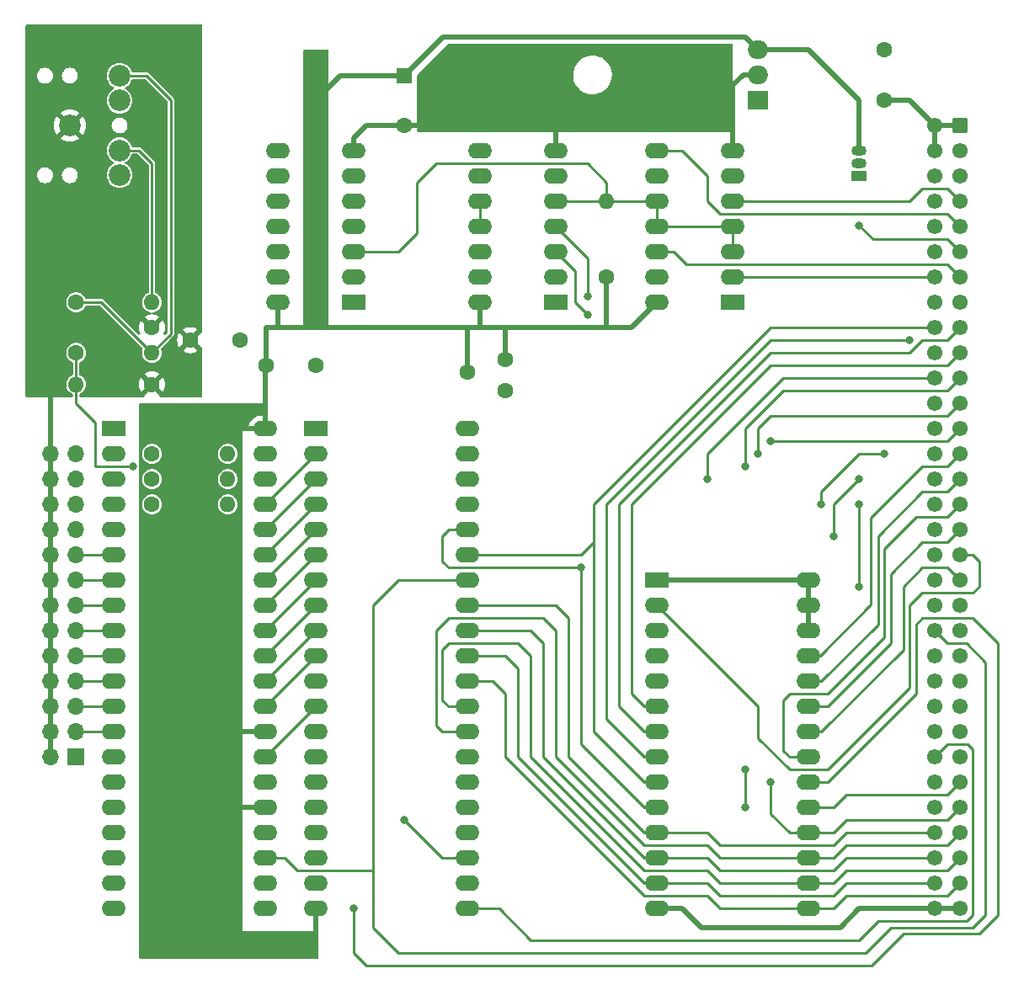
<source format=gbr>
%TF.GenerationSoftware,KiCad,Pcbnew,6.0.4-6f826c9f35~116~ubuntu21.10.1*%
%TF.CreationDate,2022-09-24T23:15:12+02:00*%
%TF.ProjectId,QL_Qsound10x10,514c5f51-736f-4756-9e64-31307831302e,rev?*%
%TF.SameCoordinates,Original*%
%TF.FileFunction,Copper,L2,Bot*%
%TF.FilePolarity,Positive*%
%FSLAX46Y46*%
G04 Gerber Fmt 4.6, Leading zero omitted, Abs format (unit mm)*
G04 Created by KiCad (PCBNEW 6.0.4-6f826c9f35~116~ubuntu21.10.1) date 2022-09-24 23:15:12*
%MOMM*%
%LPD*%
G01*
G04 APERTURE LIST*
G04 Aperture macros list*
%AMRoundRect*
0 Rectangle with rounded corners*
0 $1 Rounding radius*
0 $2 $3 $4 $5 $6 $7 $8 $9 X,Y pos of 4 corners*
0 Add a 4 corners polygon primitive as box body*
4,1,4,$2,$3,$4,$5,$6,$7,$8,$9,$2,$3,0*
0 Add four circle primitives for the rounded corners*
1,1,$1+$1,$2,$3*
1,1,$1+$1,$4,$5*
1,1,$1+$1,$6,$7*
1,1,$1+$1,$8,$9*
0 Add four rect primitives between the rounded corners*
20,1,$1+$1,$2,$3,$4,$5,0*
20,1,$1+$1,$4,$5,$6,$7,0*
20,1,$1+$1,$6,$7,$8,$9,0*
20,1,$1+$1,$8,$9,$2,$3,0*%
G04 Aperture macros list end*
%TA.AperFunction,ComponentPad*%
%ADD10R,2.400000X1.600000*%
%TD*%
%TA.AperFunction,ComponentPad*%
%ADD11O,2.400000X1.600000*%
%TD*%
%TA.AperFunction,ComponentPad*%
%ADD12C,1.600000*%
%TD*%
%TA.AperFunction,ComponentPad*%
%ADD13O,1.600000X1.600000*%
%TD*%
%TA.AperFunction,ComponentPad*%
%ADD14R,1.500000X1.050000*%
%TD*%
%TA.AperFunction,ComponentPad*%
%ADD15O,1.500000X1.050000*%
%TD*%
%TA.AperFunction,ComponentPad*%
%ADD16R,1.700000X1.700000*%
%TD*%
%TA.AperFunction,ComponentPad*%
%ADD17O,1.700000X1.700000*%
%TD*%
%TA.AperFunction,ComponentPad*%
%ADD18C,2.184400*%
%TD*%
%TA.AperFunction,ComponentPad*%
%ADD19R,2.000000X1.905000*%
%TD*%
%TA.AperFunction,ComponentPad*%
%ADD20O,2.000000X1.905000*%
%TD*%
%TA.AperFunction,ComponentPad*%
%ADD21RoundRect,0.249999X-0.525001X0.525001X-0.525001X-0.525001X0.525001X-0.525001X0.525001X0.525001X0*%
%TD*%
%TA.AperFunction,ComponentPad*%
%ADD22C,1.550000*%
%TD*%
%TA.AperFunction,ComponentPad*%
%ADD23R,1.600000X1.600000*%
%TD*%
%TA.AperFunction,ViaPad*%
%ADD24C,0.800000*%
%TD*%
%TA.AperFunction,ViaPad*%
%ADD25C,1.600000*%
%TD*%
%TA.AperFunction,Conductor*%
%ADD26C,0.500000*%
%TD*%
%TA.AperFunction,Conductor*%
%ADD27C,0.250000*%
%TD*%
G04 APERTURE END LIST*
D10*
%TO.P,U7,1,VSS*%
%TO.N,GND*%
X125730000Y-83820000D03*
D11*
%TO.P,U7,2,PA0*%
%TO.N,Net-(U6-Pad37)*%
X125730000Y-86360000D03*
%TO.P,U7,3,PA1*%
%TO.N,Net-(U6-Pad36)*%
X125730000Y-88900000D03*
%TO.P,U7,4,PA2*%
%TO.N,Net-(U6-Pad35)*%
X125730000Y-91440000D03*
%TO.P,U7,5,PA3*%
%TO.N,Net-(U6-Pad34)*%
X125730000Y-93980000D03*
%TO.P,U7,6,PA4*%
%TO.N,Net-(U6-Pad33)*%
X125730000Y-96520000D03*
%TO.P,U7,7,PA5*%
%TO.N,Net-(U6-Pad32)*%
X125730000Y-99060000D03*
%TO.P,U7,8,PA6*%
%TO.N,Net-(U6-Pad31)*%
X125730000Y-101600000D03*
%TO.P,U7,9,PA7*%
%TO.N,Net-(U6-Pad30)*%
X125730000Y-104140000D03*
%TO.P,U7,10,PB0*%
%TO.N,Net-(U6-Pad29)*%
X125730000Y-106680000D03*
%TO.P,U7,11,PB1*%
%TO.N,unconnected-(U7-Pad11)*%
X125730000Y-109220000D03*
%TO.P,U7,12,PB2*%
%TO.N,Net-(U6-Pad27)*%
X125730000Y-111760000D03*
%TO.P,U7,13,PB3*%
%TO.N,/P_Strobe*%
X125730000Y-114300000D03*
%TO.P,U7,14,PB4*%
%TO.N,/P_Busy*%
X125730000Y-116840000D03*
%TO.P,U7,15,PB5*%
%TO.N,unconnected-(U7-Pad15)*%
X125730000Y-119380000D03*
%TO.P,U7,16,PB6*%
%TO.N,unconnected-(U7-Pad16)*%
X125730000Y-121920000D03*
%TO.P,U7,17,PB7*%
%TO.N,unconnected-(U7-Pad17)*%
X125730000Y-124460000D03*
%TO.P,U7,18,CB1*%
%TO.N,unconnected-(U7-Pad18)*%
X125730000Y-127000000D03*
%TO.P,U7,19,CB2*%
%TO.N,unconnected-(U7-Pad19)*%
X125730000Y-129540000D03*
%TO.P,U7,20,VCC*%
%TO.N,VCC*%
X125730000Y-132080000D03*
%TO.P,U7,21,R/~{W}*%
%TO.N,/RW*%
X140970000Y-132080000D03*
%TO.P,U7,22,CS0*%
%TO.N,/A13*%
X140970000Y-129540000D03*
%TO.P,U7,23,~{CS2}*%
%TO.N,/CS2{slash}OE*%
X140970000Y-127000000D03*
%TO.P,U7,24,CS1*%
%TO.N,/A13*%
X140970000Y-124460000D03*
%TO.P,U7,25,ENABLE*%
%TO.N,/E*%
X140970000Y-121920000D03*
%TO.P,U7,26,D7*%
%TO.N,/D7*%
X140970000Y-119380000D03*
%TO.P,U7,27,D6*%
%TO.N,/D6*%
X140970000Y-116840000D03*
%TO.P,U7,28,D5*%
%TO.N,/D5*%
X140970000Y-114300000D03*
%TO.P,U7,29,D4*%
%TO.N,/D4*%
X140970000Y-111760000D03*
%TO.P,U7,30,D3*%
%TO.N,/D3*%
X140970000Y-109220000D03*
%TO.P,U7,31,D2*%
%TO.N,/D2*%
X140970000Y-106680000D03*
%TO.P,U7,32,D1*%
%TO.N,/D1*%
X140970000Y-104140000D03*
%TO.P,U7,33,D0*%
%TO.N,/D0*%
X140970000Y-101600000D03*
%TO.P,U7,34,~{RESET}*%
%TO.N,/RESET*%
X140970000Y-99060000D03*
%TO.P,U7,35,RS1*%
%TO.N,/A1*%
X140970000Y-96520000D03*
%TO.P,U7,36,RS0*%
%TO.N,/A0*%
X140970000Y-93980000D03*
%TO.P,U7,37,~{IRQB}*%
%TO.N,unconnected-(U7-Pad37)*%
X140970000Y-91440000D03*
%TO.P,U7,38,~{IRQA}*%
%TO.N,unconnected-(U7-Pad38)*%
X140970000Y-88900000D03*
%TO.P,U7,39,CA2*%
%TO.N,unconnected-(U7-Pad39)*%
X140970000Y-86360000D03*
%TO.P,U7,40,CA1*%
%TO.N,unconnected-(U7-Pad40)*%
X140970000Y-83820000D03*
%TD*%
D12*
%TO.P,C5,1*%
%TO.N,VCC*%
X120690000Y-77470000D03*
%TO.P,C5,2*%
%TO.N,GND*%
X125690000Y-77470000D03*
%TD*%
%TO.P,R5,1*%
%TO.N,GND*%
X109220000Y-79375000D03*
D13*
%TO.P,R5,2*%
%TO.N,Net-(R2-Pad1)*%
X101600000Y-79375000D03*
%TD*%
D14*
%TO.P,Q1,1,E*%
%TO.N,/DSMC*%
X180340000Y-58420000D03*
D15*
%TO.P,Q1,2,B*%
%TO.N,Net-(Q1-Pad2)*%
X180340000Y-57150000D03*
%TO.P,Q1,3,C*%
%TO.N,VCC*%
X180340000Y-55880000D03*
%TD*%
D12*
%TO.P,R4,1*%
%TO.N,Net-(R4-Pad1)*%
X109220000Y-88900000D03*
D13*
%TO.P,R4,2*%
%TO.N,Net-(R2-Pad1)*%
X116840000Y-88900000D03*
%TD*%
D12*
%TO.P,R6,1*%
%TO.N,Net-(R6-Pad1)*%
X109220000Y-86360000D03*
D13*
%TO.P,R6,2*%
%TO.N,Net-(R2-Pad1)*%
X116840000Y-86360000D03*
%TD*%
D10*
%TO.P,U2,1*%
%TO.N,unconnected-(U2-Pad1)*%
X149860000Y-71120000D03*
D11*
%TO.P,U2,2*%
%TO.N,unconnected-(U2-Pad2)*%
X149860000Y-68580000D03*
%TO.P,U2,3*%
%TO.N,/A19*%
X149860000Y-66040000D03*
%TO.P,U2,4*%
%TO.N,/A18*%
X149860000Y-63500000D03*
%TO.P,U2,5*%
%TO.N,Net-(U2-Pad5)*%
X149860000Y-60960000D03*
%TO.P,U2,6*%
%TO.N,/CS2{slash}OE*%
X149860000Y-58420000D03*
%TO.P,U2,7,GND*%
%TO.N,GND*%
X149860000Y-55880000D03*
%TO.P,U2,8*%
%TO.N,Net-(Q1-Pad2)*%
X142240000Y-55880000D03*
%TO.P,U2,9*%
%TO.N,/CS2{slash}OE*%
X142240000Y-58420000D03*
%TO.P,U2,10*%
X142240000Y-60960000D03*
%TO.P,U2,11*%
X142240000Y-63500000D03*
%TO.P,U2,12*%
%TO.N,unconnected-(U2-Pad12)*%
X142240000Y-66040000D03*
%TO.P,U2,13*%
%TO.N,unconnected-(U2-Pad13)*%
X142240000Y-68580000D03*
%TO.P,U2,14,VCC*%
%TO.N,VCC*%
X142240000Y-71120000D03*
%TD*%
D16*
%TO.P,J2,1,Pin_1*%
%TO.N,/P_Strobe*%
X101605000Y-116840000D03*
D17*
%TO.P,J2,2,Pin_2*%
%TO.N,GND*%
X99065000Y-116840000D03*
%TO.P,J2,3,Pin_3*%
%TO.N,Net-(J2-Pad3)*%
X101605000Y-114300000D03*
%TO.P,J2,4,Pin_4*%
%TO.N,GND*%
X99065000Y-114300000D03*
%TO.P,J2,5,Pin_5*%
%TO.N,Net-(J2-Pad5)*%
X101605000Y-111760000D03*
%TO.P,J2,6,Pin_6*%
%TO.N,GND*%
X99065000Y-111760000D03*
%TO.P,J2,7,Pin_7*%
%TO.N,Net-(J2-Pad7)*%
X101605000Y-109220000D03*
%TO.P,J2,8,Pin_8*%
%TO.N,GND*%
X99065000Y-109220000D03*
%TO.P,J2,9,Pin_9*%
%TO.N,Net-(J2-Pad9)*%
X101605000Y-106680000D03*
%TO.P,J2,10,Pin_10*%
%TO.N,GND*%
X99065000Y-106680000D03*
%TO.P,J2,11,Pin_11*%
%TO.N,Net-(J2-Pad11)*%
X101605000Y-104140000D03*
%TO.P,J2,12,Pin_12*%
%TO.N,GND*%
X99065000Y-104140000D03*
%TO.P,J2,13,Pin_13*%
%TO.N,Net-(J2-Pad13)*%
X101605000Y-101600000D03*
%TO.P,J2,14,Pin_14*%
%TO.N,GND*%
X99065000Y-101600000D03*
%TO.P,J2,15,Pin_15*%
%TO.N,Net-(J2-Pad15)*%
X101605000Y-99060000D03*
%TO.P,J2,16,Pin_16*%
%TO.N,GND*%
X99065000Y-99060000D03*
%TO.P,J2,17,Pin_17*%
%TO.N,Net-(J2-Pad17)*%
X101605000Y-96520000D03*
%TO.P,J2,18,Pin_18*%
%TO.N,GND*%
X99065000Y-96520000D03*
%TO.P,J2,19,Pin_19*%
%TO.N,unconnected-(J2-Pad19)*%
X101605000Y-93980000D03*
%TO.P,J2,20,Pin_20*%
%TO.N,GND*%
X99065000Y-93980000D03*
%TO.P,J2,21,Pin_21*%
%TO.N,/P_Busy*%
X101605000Y-91440000D03*
%TO.P,J2,22,Pin_22*%
%TO.N,GND*%
X99065000Y-91440000D03*
%TO.P,J2,23,Pin_23*%
%TO.N,unconnected-(J2-Pad23)*%
X101605000Y-88900000D03*
%TO.P,J2,24,Pin_24*%
%TO.N,GND*%
X99065000Y-88900000D03*
%TO.P,J2,25,Pin_25*%
%TO.N,unconnected-(J2-Pad25)*%
X101605000Y-86360000D03*
%TO.P,J2,26,Pin_26*%
%TO.N,GND*%
X99065000Y-86360000D03*
%TD*%
D12*
%TO.P,C3,1*%
%TO.N,VCC*%
X118070000Y-74930000D03*
%TO.P,C3,2*%
%TO.N,GND*%
X113070000Y-74930000D03*
%TD*%
%TO.P,J4,1,Pin_1*%
%TO.N,GND*%
X109220000Y-73660000D03*
%TD*%
%TO.P,R7,1*%
%TO.N,Net-(J3-PadS)*%
X101600000Y-71120000D03*
D13*
%TO.P,R7,2*%
%TO.N,Net-(J3-PadT)*%
X109220000Y-71120000D03*
%TD*%
D12*
%TO.P,R2,1*%
%TO.N,Net-(R2-Pad1)*%
X101600000Y-76200000D03*
D13*
%TO.P,R2,2*%
%TO.N,Net-(J3-PadS)*%
X109220000Y-76200000D03*
%TD*%
D12*
%TO.P,R3,1*%
%TO.N,Net-(R3-Pad1)*%
X109220000Y-91440000D03*
D13*
%TO.P,R3,2*%
%TO.N,Net-(R2-Pad1)*%
X116840000Y-91440000D03*
%TD*%
D12*
%TO.P,R1,1*%
%TO.N,VCC*%
X154940000Y-68580000D03*
D13*
%TO.P,R1,2*%
%TO.N,Net-(U2-Pad5)*%
X154940000Y-60960000D03*
%TD*%
D10*
%TO.P,U5,1*%
%TO.N,/DS*%
X129540000Y-71120000D03*
D11*
%TO.P,U5,2*%
%TO.N,/E*%
X129540000Y-68580000D03*
%TO.P,U5,3*%
%TO.N,Net-(U2-Pad5)*%
X129540000Y-66040000D03*
%TO.P,U5,4*%
%TO.N,Net-(Q1-Pad2)*%
X129540000Y-63500000D03*
%TO.P,U5,5*%
X129540000Y-60960000D03*
%TO.P,U5,6*%
%TO.N,/VPA*%
X129540000Y-58420000D03*
%TO.P,U5,7,GND*%
%TO.N,GND*%
X129540000Y-55880000D03*
%TO.P,U5,8*%
%TO.N,unconnected-(U5-Pad8)*%
X121920000Y-55880000D03*
%TO.P,U5,9*%
%TO.N,unconnected-(U5-Pad9)*%
X121920000Y-58420000D03*
%TO.P,U5,10*%
%TO.N,unconnected-(U5-Pad10)*%
X121920000Y-60960000D03*
%TO.P,U5,11*%
%TO.N,unconnected-(U5-Pad11)*%
X121920000Y-63500000D03*
%TO.P,U5,12*%
%TO.N,unconnected-(U5-Pad12)*%
X121920000Y-66040000D03*
%TO.P,U5,13*%
%TO.N,unconnected-(U5-Pad13)*%
X121920000Y-68580000D03*
%TO.P,U5,14,VCC*%
%TO.N,VCC*%
X121920000Y-71120000D03*
%TD*%
D18*
%TO.P,J3,G*%
%TO.N,GND*%
X100965000Y-53340000D03*
%TO.P,J3,S*%
%TO.N,Net-(J3-PadS)*%
X105965000Y-48340000D03*
%TO.P,J3,SN*%
%TO.N,unconnected-(J3-PadSN)*%
X105965000Y-50840000D03*
%TO.P,J3,T*%
%TO.N,Net-(J3-PadT)*%
X105965000Y-55840000D03*
%TO.P,J3,TN*%
%TO.N,unconnected-(J3-PadTN)*%
X105965000Y-58340000D03*
%TD*%
D10*
%TO.P,U3,1*%
%TO.N,/A17*%
X167640000Y-71120000D03*
D11*
%TO.P,U3,2*%
%TO.N,/SP3*%
X167640000Y-68580000D03*
%TO.P,U3,3*%
%TO.N,Net-(U2-Pad5)*%
X167640000Y-66040000D03*
%TO.P,U3,4*%
X167640000Y-63500000D03*
%TO.P,U3,5*%
%TO.N,/SP0*%
X167640000Y-60960000D03*
%TO.P,U3,6*%
%TO.N,/A14*%
X167640000Y-58420000D03*
%TO.P,U3,7,GND*%
%TO.N,GND*%
X167640000Y-55880000D03*
%TO.P,U3,8*%
%TO.N,/SP1*%
X160020000Y-55880000D03*
%TO.P,U3,9*%
%TO.N,/A15*%
X160020000Y-58420000D03*
%TO.P,U3,10*%
%TO.N,Net-(U2-Pad5)*%
X160020000Y-60960000D03*
%TO.P,U3,11*%
X160020000Y-63500000D03*
%TO.P,U3,12*%
%TO.N,/SP2*%
X160020000Y-66040000D03*
%TO.P,U3,13*%
%TO.N,/A16*%
X160020000Y-68580000D03*
%TO.P,U3,14,VCC*%
%TO.N,VCC*%
X160020000Y-71120000D03*
%TD*%
D12*
%TO.P,C2,1*%
%TO.N,+9V*%
X182880000Y-50760000D03*
%TO.P,C2,2*%
%TO.N,GND*%
X182880000Y-45760000D03*
%TD*%
D19*
%TO.P,U1,1,IN*%
%TO.N,+9V*%
X170180000Y-50800000D03*
D20*
%TO.P,U1,2,GND*%
%TO.N,GND*%
X170180000Y-48260000D03*
%TO.P,U1,3,OUT*%
%TO.N,VCC*%
X170180000Y-45720000D03*
%TD*%
D10*
%TO.P,U6,1,Vss*%
%TO.N,GND*%
X105410000Y-83820000D03*
D11*
%TO.P,U6,2,N/C*%
%TO.N,unconnected-(U6-Pad2)*%
X105410000Y-86360000D03*
%TO.P,U6,3,ch_B*%
%TO.N,Net-(R4-Pad1)*%
X105410000Y-88900000D03*
%TO.P,U6,4,ch_A*%
%TO.N,Net-(R3-Pad1)*%
X105410000Y-91440000D03*
%TO.P,U6,5,N/C*%
%TO.N,unconnected-(U6-Pad5)*%
X105410000Y-93980000D03*
%TO.P,U6,6,IOB7*%
%TO.N,Net-(J2-Pad17)*%
X105410000Y-96520000D03*
%TO.P,U6,7,IOB6*%
%TO.N,Net-(J2-Pad15)*%
X105410000Y-99060000D03*
%TO.P,U6,8,IOB5*%
%TO.N,Net-(J2-Pad13)*%
X105410000Y-101600000D03*
%TO.P,U6,9,IOB4*%
%TO.N,Net-(J2-Pad11)*%
X105410000Y-104140000D03*
%TO.P,U6,10,IOB3*%
%TO.N,Net-(J2-Pad9)*%
X105410000Y-106680000D03*
%TO.P,U6,11,IOB2*%
%TO.N,Net-(J2-Pad7)*%
X105410000Y-109220000D03*
%TO.P,U6,12,IOB1*%
%TO.N,Net-(J2-Pad5)*%
X105410000Y-111760000D03*
%TO.P,U6,13,IOB0*%
%TO.N,Net-(J2-Pad3)*%
X105410000Y-114300000D03*
%TO.P,U6,14,IOA7*%
%TO.N,unconnected-(U6-Pad14)*%
X105410000Y-116840000D03*
%TO.P,U6,15,IOA6*%
%TO.N,unconnected-(U6-Pad15)*%
X105410000Y-119380000D03*
%TO.P,U6,16,IOA5*%
%TO.N,unconnected-(U6-Pad16)*%
X105410000Y-121920000D03*
%TO.P,U6,17,IOA4*%
%TO.N,unconnected-(U6-Pad17)*%
X105410000Y-124460000D03*
%TO.P,U6,18,IOA3*%
%TO.N,unconnected-(U6-Pad18)*%
X105410000Y-127000000D03*
%TO.P,U6,19,IOA2*%
%TO.N,unconnected-(U6-Pad19)*%
X105410000Y-129540000D03*
%TO.P,U6,20,IOA1*%
%TO.N,unconnected-(U6-Pad20)*%
X105410000Y-132080000D03*
%TO.P,U6,21,IOA0*%
%TO.N,unconnected-(U6-Pad21)*%
X120650000Y-132080000D03*
%TO.P,U6,22,CLOCK*%
%TO.N,/E*%
X120650000Y-129540000D03*
%TO.P,U6,23,~{RESET}*%
%TO.N,/RESET*%
X120650000Y-127000000D03*
%TO.P,U6,24,~{A9}*%
%TO.N,GND*%
X120650000Y-124460000D03*
%TO.P,U6,25,A8*%
%TO.N,VCC*%
X120650000Y-121920000D03*
%TO.P,U6,26,TEST2*%
%TO.N,unconnected-(U6-Pad26)*%
X120650000Y-119380000D03*
%TO.P,U6,27,BDIR*%
%TO.N,Net-(U6-Pad27)*%
X120650000Y-116840000D03*
%TO.P,U6,28,BC2*%
%TO.N,VCC*%
X120650000Y-114300000D03*
%TO.P,U6,29,BC1*%
%TO.N,Net-(U6-Pad29)*%
X120650000Y-111760000D03*
%TO.P,U6,30,D7*%
%TO.N,Net-(U6-Pad30)*%
X120650000Y-109220000D03*
%TO.P,U6,31,D6*%
%TO.N,Net-(U6-Pad31)*%
X120650000Y-106680000D03*
%TO.P,U6,32,D5*%
%TO.N,Net-(U6-Pad32)*%
X120650000Y-104140000D03*
%TO.P,U6,33,D4*%
%TO.N,Net-(U6-Pad33)*%
X120650000Y-101600000D03*
%TO.P,U6,34,D3*%
%TO.N,Net-(U6-Pad34)*%
X120650000Y-99060000D03*
%TO.P,U6,35,D2*%
%TO.N,Net-(U6-Pad35)*%
X120650000Y-96520000D03*
%TO.P,U6,36,D1*%
%TO.N,Net-(U6-Pad36)*%
X120650000Y-93980000D03*
%TO.P,U6,37,D0*%
%TO.N,Net-(U6-Pad37)*%
X120650000Y-91440000D03*
%TO.P,U6,38,ch_C*%
%TO.N,Net-(R6-Pad1)*%
X120650000Y-88900000D03*
%TO.P,U6,39,TEST1*%
%TO.N,unconnected-(U6-Pad39)*%
X120650000Y-86360000D03*
%TO.P,U6,40,Vcc*%
%TO.N,VCC*%
X120650000Y-83820000D03*
%TD*%
D21*
%TO.P,J1,a1,Vin*%
%TO.N,+9V*%
X190500000Y-53340000D03*
D22*
%TO.P,J1,a2,-12V*%
%TO.N,unconnected-(J1-Pada2)*%
X190500000Y-55880000D03*
%TO.P,J1,a3,+12V*%
%TO.N,unconnected-(J1-Pada3)*%
X190500000Y-58420000D03*
%TO.P,J1,a4,SP0*%
%TO.N,/SP0*%
X190500000Y-60960000D03*
%TO.P,J1,a5,SP1*%
%TO.N,/SP1*%
X190500000Y-63500000D03*
%TO.P,J1,a6,~{DSMC}*%
%TO.N,/DSMC*%
X190500000Y-66040000D03*
%TO.P,J1,a7,SP2*%
%TO.N,/SP2*%
X190500000Y-68580000D03*
%TO.P,J1,a8,~{DBG}*%
%TO.N,unconnected-(J1-Pada8)*%
X190500000Y-71120000D03*
%TO.P,J1,a9,A3*%
%TO.N,/A3*%
X190500000Y-73660000D03*
%TO.P,J1,a10,A4*%
%TO.N,/A4*%
X190500000Y-76200000D03*
%TO.P,J1,a11,A5*%
%TO.N,/A5*%
X190500000Y-78740000D03*
%TO.P,J1,a12,A6*%
%TO.N,/A6*%
X190500000Y-81280000D03*
%TO.P,J1,a13,A7*%
%TO.N,/A7*%
X190500000Y-83820000D03*
%TO.P,J1,a14,A8*%
%TO.N,/A8*%
X190500000Y-86360000D03*
%TO.P,J1,a15,A9*%
%TO.N,/A9*%
X190500000Y-88900000D03*
%TO.P,J1,a16,A10*%
%TO.N,/A10*%
X190500000Y-91440000D03*
%TO.P,J1,a17,A11*%
%TO.N,/A11*%
X190500000Y-93980000D03*
%TO.P,J1,a18,A12*%
%TO.N,/A12*%
X190500000Y-96520000D03*
%TO.P,J1,a19,A13*%
%TO.N,/A13*%
X190500000Y-99060000D03*
%TO.P,J1,a20,A14*%
%TO.N,/A14*%
X190500000Y-101600000D03*
%TO.P,J1,a21,RED*%
%TO.N,unconnected-(J1-Pada21)*%
X190500000Y-104140000D03*
%TO.P,J1,a22,CLKCPU*%
%TO.N,unconnected-(J1-Pada22)*%
X190500000Y-106680000D03*
%TO.P,J1,a23,A16*%
%TO.N,/A16*%
X190500000Y-109220000D03*
%TO.P,J1,a24,A17*%
%TO.N,/A17*%
X190500000Y-111760000D03*
%TO.P,J1,a25,A18*%
%TO.N,/A18*%
X190500000Y-114300000D03*
%TO.P,J1,a26,A19*%
%TO.N,/A19*%
X190500000Y-116840000D03*
%TO.P,J1,a27,D7*%
%TO.N,/D7*%
X190500000Y-119380000D03*
%TO.P,J1,a28,D6*%
%TO.N,/D6*%
X190500000Y-121920000D03*
%TO.P,J1,a29,D5*%
%TO.N,/D5*%
X190500000Y-124460000D03*
%TO.P,J1,a30,D4*%
%TO.N,/D4*%
X190500000Y-127000000D03*
%TO.P,J1,a31,D3*%
%TO.N,/D3*%
X190500000Y-129540000D03*
%TO.P,J1,a32,GND*%
%TO.N,GND*%
X190500000Y-132080000D03*
%TO.P,J1,b1,Vin*%
%TO.N,+9V*%
X187960000Y-53340000D03*
%TO.P,J1,b2,Vin*%
X187960000Y-55880000D03*
%TO.P,J1,b3,~{EXTINT}*%
%TO.N,unconnected-(J1-Padb3)*%
X187960000Y-58420000D03*
%TO.P,J1,b4,~{IPL1}*%
%TO.N,unconnected-(J1-Padb4)*%
X187960000Y-60960000D03*
%TO.P,J1,b5,~{BERR}*%
%TO.N,unconnected-(J1-Padb5)*%
X187960000Y-63500000D03*
%TO.P,J1,b6,~{IPLO}*%
%TO.N,unconnected-(J1-Padb6)*%
X187960000Y-66040000D03*
%TO.P,J1,b7,SP3*%
%TO.N,/SP3*%
X187960000Y-68580000D03*
%TO.P,J1,b8,A2*%
%TO.N,/A2*%
X187960000Y-71120000D03*
%TO.P,J1,b9,G9*%
%TO.N,/A1*%
X187960000Y-73660000D03*
%TO.P,J1,b10,ROMOEH*%
%TO.N,unconnected-(J1-Padb10)*%
X187960000Y-76200000D03*
%TO.P,J1,b11,A0*%
%TO.N,/A0*%
X187960000Y-78740000D03*
%TO.P,J1,b12,FC0*%
%TO.N,unconnected-(J1-Padb12)*%
X187960000Y-81280000D03*
%TO.P,J1,b13,FC1*%
%TO.N,unconnected-(J1-Padb13)*%
X187960000Y-83820000D03*
%TO.P,J1,b14,FC2*%
%TO.N,unconnected-(J1-Padb14)*%
X187960000Y-86360000D03*
%TO.P,J1,b15,BLUE*%
%TO.N,unconnected-(J1-Padb15)*%
X187960000Y-88900000D03*
%TO.P,J1,b16,GREEN*%
%TO.N,unconnected-(J1-Padb16)*%
X187960000Y-91440000D03*
%TO.P,J1,b17,~{VPA}*%
%TO.N,/VPA*%
X187960000Y-93980000D03*
%TO.P,J1,b18,VSYNCH*%
%TO.N,unconnected-(J1-Padb18)*%
X187960000Y-96520000D03*
%TO.P,J1,b19,E*%
%TO.N,/E*%
X187960000Y-99060000D03*
%TO.P,J1,b20,~{CSYNC}*%
%TO.N,unconnected-(J1-Padb20)*%
X187960000Y-101600000D03*
%TO.P,J1,b21,~{RESETCPU}*%
%TO.N,/RESET*%
X187960000Y-104140000D03*
%TO.P,J1,b22,A15*%
%TO.N,/A15*%
X187960000Y-106680000D03*
%TO.P,J1,b23,~{BR}*%
%TO.N,unconnected-(J1-Padb23)*%
X187960000Y-109220000D03*
%TO.P,J1,b24,~{BG}*%
%TO.N,unconnected-(J1-Padb24)*%
X187960000Y-111760000D03*
%TO.P,J1,b25,~{DTACK}*%
%TO.N,unconnected-(J1-Padb25)*%
X187960000Y-114300000D03*
%TO.P,J1,b26,~{DRW}*%
%TO.N,/RW*%
X187960000Y-116840000D03*
%TO.P,J1,b27,~{DS}*%
%TO.N,/DS*%
X187960000Y-119380000D03*
%TO.P,J1,b28,~{AS}*%
%TO.N,unconnected-(J1-Padb28)*%
X187960000Y-121920000D03*
%TO.P,J1,b29,D0*%
%TO.N,/D0*%
X187960000Y-124460000D03*
%TO.P,J1,b30,D1*%
%TO.N,/D1*%
X187960000Y-127000000D03*
%TO.P,J1,b31,D2*%
%TO.N,/D2*%
X187960000Y-129540000D03*
%TO.P,J1,b32,GND*%
%TO.N,GND*%
X187960000Y-132080000D03*
%TD*%
D23*
%TO.P,C4,1*%
%TO.N,VCC*%
X134620000Y-48340000D03*
D12*
%TO.P,C4,2*%
%TO.N,GND*%
X134620000Y-53340000D03*
%TD*%
D10*
%TO.P,U4,1,A15*%
%TO.N,VCC*%
X160020000Y-99060000D03*
D11*
%TO.P,U4,2,A12*%
%TO.N,/A12*%
X160020000Y-101600000D03*
%TO.P,U4,3,A7*%
%TO.N,/A7*%
X160020000Y-104140000D03*
%TO.P,U4,4,A6*%
%TO.N,/A6*%
X160020000Y-106680000D03*
%TO.P,U4,5,A5*%
%TO.N,/A5*%
X160020000Y-109220000D03*
%TO.P,U4,6,A4*%
%TO.N,/A4*%
X160020000Y-111760000D03*
%TO.P,U4,7,A3*%
%TO.N,/A3*%
X160020000Y-114300000D03*
%TO.P,U4,8,A2*%
%TO.N,/A2*%
X160020000Y-116840000D03*
%TO.P,U4,9,A1*%
%TO.N,/A1*%
X160020000Y-119380000D03*
%TO.P,U4,10,A0*%
%TO.N,/A0*%
X160020000Y-121920000D03*
%TO.P,U4,11,D0*%
%TO.N,/D0*%
X160020000Y-124460000D03*
%TO.P,U4,12,D1*%
%TO.N,/D1*%
X160020000Y-127000000D03*
%TO.P,U4,13,D2*%
%TO.N,/D2*%
X160020000Y-129540000D03*
%TO.P,U4,14,GND*%
%TO.N,GND*%
X160020000Y-132080000D03*
%TO.P,U4,15,D3*%
%TO.N,/D3*%
X175260000Y-132080000D03*
%TO.P,U4,16,D4*%
%TO.N,/D4*%
X175260000Y-129540000D03*
%TO.P,U4,17,D5*%
%TO.N,/D5*%
X175260000Y-127000000D03*
%TO.P,U4,18,D6*%
%TO.N,/D6*%
X175260000Y-124460000D03*
%TO.P,U4,19,D7*%
%TO.N,/D7*%
X175260000Y-121920000D03*
%TO.P,U4,20,~{CE}*%
%TO.N,/CS2{slash}OE*%
X175260000Y-119380000D03*
%TO.P,U4,21,A10*%
%TO.N,/A10*%
X175260000Y-116840000D03*
%TO.P,U4,22,~{OE/Vpp}*%
%TO.N,/A13*%
X175260000Y-114300000D03*
%TO.P,U4,23,A11*%
%TO.N,/A11*%
X175260000Y-111760000D03*
%TO.P,U4,24,A9*%
%TO.N,/A9*%
X175260000Y-109220000D03*
%TO.P,U4,25,A8*%
%TO.N,/A8*%
X175260000Y-106680000D03*
%TO.P,U4,26,A13*%
%TO.N,VCC*%
X175260000Y-104140000D03*
%TO.P,U4,27,A14*%
X175260000Y-101600000D03*
%TO.P,U4,28,VCC*%
X175260000Y-99060000D03*
%TD*%
D24*
%TO.N,GND*%
X149860000Y-48260000D03*
X144780000Y-50800000D03*
X162560000Y-48260000D03*
X160020000Y-48260000D03*
X139700000Y-53340000D03*
X142240000Y-45720000D03*
X157480000Y-53340000D03*
X149860000Y-50800000D03*
X139700000Y-48260000D03*
X165100000Y-50800000D03*
X149860000Y-45720000D03*
X147320000Y-48260000D03*
X137160000Y-48260000D03*
X144780000Y-53340000D03*
X165100000Y-45720000D03*
X154940000Y-53340000D03*
X147320000Y-53340000D03*
X160020000Y-45720000D03*
X139700000Y-45720000D03*
X152400000Y-50800000D03*
X162560000Y-50800000D03*
X157480000Y-50800000D03*
X162560000Y-45720000D03*
X137160000Y-50800000D03*
X154940000Y-50800000D03*
X154940000Y-45720000D03*
X157480000Y-48260000D03*
X144780000Y-48260000D03*
X157480000Y-45720000D03*
X152400000Y-45720000D03*
X160020000Y-53340000D03*
X160020000Y-50800000D03*
X142240000Y-53340000D03*
X147320000Y-50800000D03*
X144780000Y-45720000D03*
X165100000Y-53340000D03*
X139700000Y-50800000D03*
X165100000Y-48260000D03*
X147320000Y-45720000D03*
X152400000Y-53340000D03*
X142240000Y-50800000D03*
X137160000Y-53340000D03*
X142240000Y-48260000D03*
X162560000Y-53340000D03*
X149860000Y-53340000D03*
D25*
%TO.N,VCC*%
X144780000Y-80010000D03*
X140970000Y-78105000D03*
X144780000Y-76835000D03*
D24*
%TO.N,/D6*%
X171450000Y-119380000D03*
%TO.N,/A19*%
X153035000Y-72390000D03*
%TO.N,/A18*%
X153035000Y-70485000D03*
%TO.N,/A17*%
X180340000Y-99695000D03*
X180340000Y-91440000D03*
%TO.N,/A16*%
X180340000Y-88900000D03*
X177800000Y-94615000D03*
%TO.N,/A13*%
X168910000Y-118110000D03*
X168910000Y-121920000D03*
%TO.N,/A7*%
X171450000Y-85090000D03*
%TO.N,/A6*%
X170180000Y-86360000D03*
%TO.N,/A5*%
X168910000Y-87630000D03*
%TO.N,/A15*%
X182880000Y-86360000D03*
X176530000Y-91440000D03*
%TO.N,/DSMC*%
X180340000Y-63373000D03*
%TO.N,/A0*%
X152400000Y-97790000D03*
X165100000Y-88900000D03*
%TO.N,/A2*%
X185420000Y-74930000D03*
%TO.N,/CS2{slash}OE*%
X134620000Y-123190000D03*
X129540000Y-132080000D03*
%TO.N,Net-(R2-Pad1)*%
X107315000Y-87630000D03*
%TD*%
D26*
%TO.N,+9V*%
X190500000Y-53340000D02*
X187960000Y-53340000D01*
X187960000Y-55880000D02*
X187960000Y-53340000D01*
X185380000Y-50760000D02*
X187960000Y-53340000D01*
X182880000Y-50760000D02*
X185380000Y-50760000D01*
%TO.N,GND*%
X99060000Y-56515000D02*
X99695000Y-57150000D01*
X100330000Y-74295000D02*
X99065000Y-73030000D01*
X99065000Y-86360000D02*
X99065000Y-73030000D01*
X99060000Y-55245000D02*
X99060000Y-56515000D01*
X167640000Y-53340000D02*
X165100000Y-53340000D01*
X190500000Y-132080000D02*
X187960000Y-132080000D01*
X170180000Y-48260000D02*
X168680000Y-48260000D01*
X167640000Y-55880000D02*
X167640000Y-53975000D01*
X165100000Y-53340000D02*
X162560000Y-53340000D01*
X99695000Y-69850000D02*
X99065000Y-70480000D01*
X178435000Y-133985000D02*
X180340000Y-132080000D01*
X162560000Y-53340000D02*
X160020000Y-53340000D01*
X99060000Y-86360000D02*
X99060000Y-116840000D01*
X109220000Y-79375000D02*
X104140000Y-74295000D01*
X167640000Y-53975000D02*
X167640000Y-53340000D01*
X162560000Y-132080000D02*
X164465000Y-133985000D01*
X180340000Y-132080000D02*
X187960000Y-132080000D01*
X149860000Y-55880000D02*
X149860000Y-53340000D01*
X160020000Y-132080000D02*
X162560000Y-132080000D01*
X142240000Y-53340000D02*
X139700000Y-53340000D01*
X152400000Y-53340000D02*
X147320000Y-53340000D01*
X129540000Y-55880000D02*
X129540000Y-54610000D01*
X129540000Y-54610000D02*
X130810000Y-53340000D01*
X100965000Y-53340000D02*
X99060000Y-55245000D01*
X160020000Y-53340000D02*
X157480000Y-53340000D01*
X99065000Y-70480000D02*
X99065000Y-73030000D01*
X147320000Y-53340000D02*
X144780000Y-53340000D01*
X104140000Y-74295000D02*
X100330000Y-74295000D01*
X164465000Y-133985000D02*
X178435000Y-133985000D01*
X157480000Y-53340000D02*
X154940000Y-53340000D01*
X137160000Y-53340000D02*
X134620000Y-53340000D01*
X130810000Y-53340000D02*
X134620000Y-53340000D01*
X139700000Y-53340000D02*
X137160000Y-53340000D01*
X167640000Y-49300000D02*
X167640000Y-53975000D01*
X154940000Y-53340000D02*
X152400000Y-53340000D01*
X168680000Y-48260000D02*
X167640000Y-49300000D01*
X144780000Y-53340000D02*
X142240000Y-53340000D01*
X99695000Y-57150000D02*
X99695000Y-69850000D01*
%TO.N,VCC*%
X124460000Y-73660000D02*
X125730000Y-73660000D01*
X180340000Y-50800000D02*
X175260000Y-45720000D01*
X175260000Y-99060000D02*
X160020000Y-99060000D01*
X168910000Y-44450000D02*
X138510000Y-44450000D01*
X138510000Y-44450000D02*
X134620000Y-48340000D01*
X170180000Y-45720000D02*
X168910000Y-44450000D01*
X144780000Y-73660000D02*
X144780000Y-76835000D01*
X134620000Y-48340000D02*
X128190000Y-48340000D01*
X121920000Y-71120000D02*
X121920000Y-73660000D01*
X118110000Y-134620000D02*
X125730000Y-134620000D01*
X154940000Y-73660000D02*
X157480000Y-73660000D01*
X118110000Y-114300000D02*
X118110000Y-121920000D01*
X120650000Y-83820000D02*
X118110000Y-83820000D01*
X180340000Y-55880000D02*
X180340000Y-50800000D01*
X120690000Y-73700000D02*
X120730000Y-73660000D01*
X144780000Y-73660000D02*
X154940000Y-73660000D01*
X125730000Y-73660000D02*
X140970000Y-73660000D01*
X140970000Y-73660000D02*
X142240000Y-73660000D01*
X142240000Y-71120000D02*
X142240000Y-73660000D01*
X125730000Y-50800000D02*
X125730000Y-73660000D01*
X157480000Y-73660000D02*
X160020000Y-71120000D01*
X118110000Y-114300000D02*
X120650000Y-114300000D01*
X118110000Y-83820000D02*
X118110000Y-114300000D01*
X128190000Y-48340000D02*
X125730000Y-50800000D01*
X120650000Y-83820000D02*
X120650000Y-77510000D01*
X175260000Y-45720000D02*
X170180000Y-45720000D01*
X175260000Y-104140000D02*
X175260000Y-101600000D01*
X121920000Y-73660000D02*
X124460000Y-73660000D01*
X142240000Y-73660000D02*
X144780000Y-73660000D01*
X120730000Y-73660000D02*
X121920000Y-73660000D01*
X120690000Y-77470000D02*
X120690000Y-73700000D01*
X140970000Y-73660000D02*
X140970000Y-78105000D01*
X125730000Y-134620000D02*
X125730000Y-132080000D01*
X154940000Y-68580000D02*
X154940000Y-73660000D01*
X175260000Y-101600000D02*
X175260000Y-99060000D01*
X118110000Y-121920000D02*
X120650000Y-121920000D01*
X118110000Y-121920000D02*
X118110000Y-134620000D01*
D27*
%TO.N,/D3*%
X189230000Y-130810000D02*
X179070000Y-130810000D01*
X143510000Y-109220000D02*
X140970000Y-109220000D01*
X144780000Y-110490000D02*
X143510000Y-109220000D01*
X165100000Y-130810000D02*
X158750000Y-130810000D01*
X144780000Y-116840000D02*
X144780000Y-110490000D01*
X175260000Y-132080000D02*
X166370000Y-132080000D01*
X158750000Y-130810000D02*
X144780000Y-116840000D01*
X166370000Y-132080000D02*
X165100000Y-130810000D01*
X177800000Y-132080000D02*
X175260000Y-132080000D01*
X190500000Y-129540000D02*
X189230000Y-130810000D01*
X179070000Y-130810000D02*
X177800000Y-132080000D01*
%TO.N,/D4*%
X175260000Y-129540000D02*
X177800000Y-129540000D01*
X177800000Y-129540000D02*
X179070000Y-128270000D01*
X189230000Y-128270000D02*
X179070000Y-128270000D01*
X138430000Y-106045000D02*
X138430000Y-111125000D01*
X175260000Y-129540000D02*
X166370000Y-129540000D01*
X190500000Y-127000000D02*
X189230000Y-128270000D01*
X158750000Y-128270000D02*
X147320000Y-116840000D01*
X165100000Y-128270000D02*
X158750000Y-128270000D01*
X147320000Y-106680000D02*
X146050000Y-105410000D01*
X147320000Y-116840000D02*
X147320000Y-106680000D01*
X138430000Y-111125000D02*
X139065000Y-111760000D01*
X139065000Y-105410000D02*
X138430000Y-106045000D01*
X146050000Y-105410000D02*
X139065000Y-105410000D01*
X139065000Y-111760000D02*
X140970000Y-111760000D01*
X166370000Y-129540000D02*
X165100000Y-128270000D01*
%TO.N,/D5*%
X137795000Y-104140000D02*
X137795000Y-113665000D01*
X190500000Y-124460000D02*
X189230000Y-125730000D01*
X138430000Y-114300000D02*
X140970000Y-114300000D01*
X165100000Y-125730000D02*
X158750000Y-125730000D01*
X148590000Y-102870000D02*
X139065000Y-102870000D01*
X137795000Y-113665000D02*
X138430000Y-114300000D01*
X149860000Y-116840000D02*
X149860000Y-104140000D01*
X179070000Y-125730000D02*
X177800000Y-127000000D01*
X189230000Y-125730000D02*
X179070000Y-125730000D01*
X158750000Y-125730000D02*
X149860000Y-116840000D01*
X139065000Y-102870000D02*
X137795000Y-104140000D01*
X166370000Y-127000000D02*
X165100000Y-125730000D01*
X177800000Y-127000000D02*
X175260000Y-127000000D01*
X175260000Y-127000000D02*
X166370000Y-127000000D01*
X149860000Y-104140000D02*
X148590000Y-102870000D01*
%TO.N,/D6*%
X190500000Y-121920000D02*
X189230000Y-123190000D01*
X171450000Y-119380000D02*
X171450000Y-122555000D01*
X171450000Y-122555000D02*
X173355000Y-124460000D01*
X173355000Y-124460000D02*
X175260000Y-124460000D01*
X177800000Y-124460000D02*
X175260000Y-124460000D01*
X179070000Y-123190000D02*
X177800000Y-124460000D01*
X189230000Y-123190000D02*
X179070000Y-123190000D01*
%TO.N,/D7*%
X189230000Y-120650000D02*
X190500000Y-119380000D01*
X175260000Y-121920000D02*
X177800000Y-121920000D01*
X179070000Y-120650000D02*
X189230000Y-120650000D01*
X177800000Y-121920000D02*
X179070000Y-120650000D01*
%TO.N,/A19*%
X151765000Y-71120000D02*
X153035000Y-72390000D01*
X151765000Y-67945000D02*
X151765000Y-71120000D01*
X149860000Y-66040000D02*
X151765000Y-67945000D01*
%TO.N,/A18*%
X153035000Y-70485000D02*
X153035000Y-66675000D01*
X153035000Y-66675000D02*
X149860000Y-63500000D01*
%TO.N,/A17*%
X180340000Y-91440000D02*
X180340000Y-99695000D01*
%TO.N,/A16*%
X177800000Y-91440000D02*
X177800000Y-94615000D01*
X180340000Y-88900000D02*
X177800000Y-91440000D01*
%TO.N,/A13*%
X190500000Y-99060000D02*
X189230000Y-97790000D01*
X168910000Y-118110000D02*
X168910000Y-121920000D01*
X189230000Y-97790000D02*
X186690000Y-97790000D01*
X186690000Y-97790000D02*
X184785000Y-99695000D01*
X175260000Y-114300000D02*
X176530000Y-114300000D01*
X176530000Y-114300000D02*
X184785000Y-106045000D01*
X184785000Y-106045000D02*
X184785000Y-99695000D01*
%TO.N,/A12*%
X186690000Y-100330000D02*
X191770000Y-100330000D01*
X191770000Y-100330000D02*
X192405000Y-99695000D01*
X170180000Y-111760000D02*
X170180000Y-114935000D01*
X191770000Y-96520000D02*
X190500000Y-96520000D01*
X170180000Y-114935000D02*
X173355000Y-118110000D01*
X192405000Y-97155000D02*
X191770000Y-96520000D01*
X186690000Y-100330000D02*
X185420000Y-101600000D01*
X185420000Y-101600000D02*
X185420000Y-109855000D01*
X160020000Y-101600000D02*
X170180000Y-111760000D01*
X192405000Y-99695000D02*
X192405000Y-97155000D01*
X177165000Y-118110000D02*
X185420000Y-109855000D01*
X173355000Y-118110000D02*
X177165000Y-118110000D01*
%TO.N,/A11*%
X189230000Y-95250000D02*
X190500000Y-93980000D01*
X186690000Y-95250000D02*
X189230000Y-95250000D01*
X183515000Y-105410000D02*
X183515000Y-98425000D01*
X183515000Y-98425000D02*
X186690000Y-95250000D01*
X177165000Y-111760000D02*
X183515000Y-105410000D01*
X175260000Y-111760000D02*
X177165000Y-111760000D01*
%TO.N,/A10*%
X182880000Y-95885000D02*
X186055000Y-92710000D01*
X172720000Y-111125000D02*
X173355000Y-110490000D01*
X182880000Y-104775000D02*
X182880000Y-95885000D01*
X189230000Y-92710000D02*
X190500000Y-91440000D01*
X175260000Y-116840000D02*
X173355000Y-116840000D01*
X177165000Y-110490000D02*
X182880000Y-104775000D01*
X172720000Y-116205000D02*
X172720000Y-111125000D01*
X186055000Y-92710000D02*
X189230000Y-92710000D01*
X173355000Y-110490000D02*
X177165000Y-110490000D01*
X173355000Y-116840000D02*
X172720000Y-116205000D01*
%TO.N,/A9*%
X182245000Y-94615000D02*
X186690000Y-90170000D01*
X189230000Y-90170000D02*
X190500000Y-88900000D01*
X175260000Y-109220000D02*
X176530000Y-109220000D01*
X186690000Y-90170000D02*
X189230000Y-90170000D01*
X176530000Y-109220000D02*
X182245000Y-103505000D01*
X182245000Y-103505000D02*
X182245000Y-94615000D01*
%TO.N,/A8*%
X175260000Y-106680000D02*
X176372880Y-106680000D01*
X186690000Y-87630000D02*
X181531440Y-92788560D01*
X190500000Y-86360000D02*
X189230000Y-87630000D01*
X189230000Y-87630000D02*
X186690000Y-87630000D01*
X181531440Y-92788560D02*
X181531440Y-101521440D01*
X176372880Y-106680000D02*
X181531440Y-101521440D01*
%TO.N,/A7*%
X171450000Y-85090000D02*
X189230000Y-85090000D01*
X189230000Y-85090000D02*
X190500000Y-83820000D01*
%TO.N,/A6*%
X170180000Y-86360000D02*
X170180000Y-83820000D01*
X189230000Y-82550000D02*
X190500000Y-81280000D01*
X171450000Y-82550000D02*
X189230000Y-82550000D01*
X170180000Y-83820000D02*
X171450000Y-82550000D01*
%TO.N,/A5*%
X168910000Y-87630000D02*
X168910000Y-83820000D01*
X172720000Y-80010000D02*
X189230000Y-80010000D01*
X168910000Y-83820000D02*
X172720000Y-80010000D01*
X189230000Y-80010000D02*
X190500000Y-78740000D01*
%TO.N,/A4*%
X160020000Y-111760000D02*
X158750000Y-111760000D01*
X157480000Y-91440000D02*
X171450000Y-77470000D01*
X157480000Y-110490000D02*
X157480000Y-91440000D01*
X189230000Y-77470000D02*
X190500000Y-76200000D01*
X171450000Y-77470000D02*
X189230000Y-77470000D01*
X158750000Y-111760000D02*
X157480000Y-110490000D01*
%TO.N,/A3*%
X189230000Y-74930000D02*
X190500000Y-73660000D01*
X160020000Y-114300000D02*
X158750000Y-114300000D01*
X156210000Y-91440000D02*
X171450000Y-76200000D01*
X171450000Y-76200000D02*
X185420000Y-76200000D01*
X186690000Y-74930000D02*
X189230000Y-74930000D01*
X185420000Y-76200000D02*
X186690000Y-74930000D01*
X156210000Y-111760000D02*
X156210000Y-91440000D01*
X158750000Y-114300000D02*
X156210000Y-111760000D01*
%TO.N,/SP3*%
X167640000Y-68580000D02*
X187960000Y-68580000D01*
%TO.N,/RESET*%
X131445000Y-128905000D02*
X131445000Y-101600000D01*
X133985000Y-99060000D02*
X140970000Y-99060000D01*
X122555000Y-127000000D02*
X123825000Y-128270000D01*
X189230000Y-105410000D02*
X187960000Y-104140000D01*
X120650000Y-127000000D02*
X122555000Y-127000000D01*
X131445000Y-133985000D02*
X133985000Y-136525000D01*
X193040000Y-107315000D02*
X191135000Y-105410000D01*
X131445000Y-101600000D02*
X133985000Y-99060000D01*
X123825000Y-128270000D02*
X131445000Y-128270000D01*
X193040000Y-132715000D02*
X193040000Y-107315000D01*
X180975000Y-136525000D02*
X183515000Y-133985000D01*
X131445000Y-128905000D02*
X131445000Y-133985000D01*
X133985000Y-136525000D02*
X180975000Y-136525000D01*
X183515000Y-133985000D02*
X191770000Y-133985000D01*
X191135000Y-105410000D02*
X189230000Y-105410000D01*
X191770000Y-133985000D02*
X193040000Y-132715000D01*
%TO.N,/D2*%
X158750000Y-129540000D02*
X160020000Y-129540000D01*
X144780000Y-106680000D02*
X146050000Y-107950000D01*
X166370000Y-130810000D02*
X165100000Y-129540000D01*
X177800000Y-130810000D02*
X166370000Y-130810000D01*
X165100000Y-129540000D02*
X160020000Y-129540000D01*
X179070000Y-129540000D02*
X177800000Y-130810000D01*
X146050000Y-107950000D02*
X146050000Y-116840000D01*
X187960000Y-129540000D02*
X179070000Y-129540000D01*
X146050000Y-116840000D02*
X158750000Y-129540000D01*
X140970000Y-106680000D02*
X144780000Y-106680000D01*
%TO.N,/D1*%
X165100000Y-127000000D02*
X160020000Y-127000000D01*
X166370000Y-128270000D02*
X165100000Y-127000000D01*
X160020000Y-127000000D02*
X158750000Y-127000000D01*
X148590000Y-105410000D02*
X147320000Y-104140000D01*
X158750000Y-127000000D02*
X148590000Y-116840000D01*
X187960000Y-127000000D02*
X179070000Y-127000000D01*
X179070000Y-127000000D02*
X177800000Y-128270000D01*
X148590000Y-116840000D02*
X148590000Y-105410000D01*
X147320000Y-104140000D02*
X140970000Y-104140000D01*
X177800000Y-128270000D02*
X166370000Y-128270000D01*
%TO.N,/D0*%
X179070000Y-124460000D02*
X177800000Y-125730000D01*
X166370000Y-125730000D02*
X165100000Y-124460000D01*
X149860000Y-101600000D02*
X151130000Y-102870000D01*
X151130000Y-116840000D02*
X158750000Y-124460000D01*
X158750000Y-124460000D02*
X160020000Y-124460000D01*
X187960000Y-124460000D02*
X179070000Y-124460000D01*
X177800000Y-125730000D02*
X166370000Y-125730000D01*
X140970000Y-101600000D02*
X149860000Y-101600000D01*
X151130000Y-102870000D02*
X151130000Y-116840000D01*
X165100000Y-124460000D02*
X160020000Y-124460000D01*
%TO.N,/RW*%
X140970000Y-132080000D02*
X144145000Y-132080000D01*
X191135000Y-133350000D02*
X191770000Y-132715000D01*
X191262000Y-115570000D02*
X189230000Y-115570000D01*
X144145000Y-132080000D02*
X147320000Y-135255000D01*
X191770000Y-116078000D02*
X191262000Y-115570000D01*
X180340000Y-135255000D02*
X182245000Y-133350000D01*
X182245000Y-133350000D02*
X191135000Y-133350000D01*
X191770000Y-132715000D02*
X191770000Y-116078000D01*
X189230000Y-115570000D02*
X187960000Y-116840000D01*
X147320000Y-135255000D02*
X180340000Y-135255000D01*
%TO.N,/A15*%
X180340000Y-86360000D02*
X182880000Y-86360000D01*
X176530000Y-91440000D02*
X176530000Y-90170000D01*
X176530000Y-90170000D02*
X180340000Y-86360000D01*
%TO.N,/SP0*%
X185420000Y-60960000D02*
X167640000Y-60960000D01*
X190500000Y-60960000D02*
X189230000Y-59690000D01*
X186690000Y-59690000D02*
X185420000Y-60960000D01*
X189230000Y-59690000D02*
X186690000Y-59690000D01*
%TO.N,/SP1*%
X162560000Y-55880000D02*
X165100000Y-58420000D01*
X160020000Y-55880000D02*
X162560000Y-55880000D01*
X166370000Y-62230000D02*
X189230000Y-62230000D01*
X165100000Y-58420000D02*
X165100000Y-60960000D01*
X189230000Y-62230000D02*
X190500000Y-63500000D01*
X165100000Y-60960000D02*
X166370000Y-62230000D01*
%TO.N,/DSMC*%
X181737000Y-64770000D02*
X189230000Y-64770000D01*
X189230000Y-64770000D02*
X190500000Y-66040000D01*
X180340000Y-63373000D02*
X181737000Y-64770000D01*
%TO.N,/A0*%
X140970000Y-93980000D02*
X139065000Y-93980000D01*
X165100000Y-86360000D02*
X172720000Y-78740000D01*
X152400000Y-97790000D02*
X152400000Y-115570000D01*
X165100000Y-88900000D02*
X165100000Y-86360000D01*
X187960000Y-78740000D02*
X172720000Y-78740000D01*
X158750000Y-121920000D02*
X160020000Y-121920000D01*
X138430000Y-94615000D02*
X138430000Y-97155000D01*
X138430000Y-97155000D02*
X139065000Y-97790000D01*
X152400000Y-115570000D02*
X158750000Y-121920000D01*
X139065000Y-97790000D02*
X152400000Y-97790000D01*
X139065000Y-93980000D02*
X138430000Y-94615000D01*
%TO.N,/A1*%
X140970000Y-96520000D02*
X152400000Y-96520000D01*
X152400000Y-96520000D02*
X153670000Y-95250000D01*
X160020000Y-119380000D02*
X158750000Y-119380000D01*
X187960000Y-73660000D02*
X171450000Y-73660000D01*
X153670000Y-95250000D02*
X153670000Y-91440000D01*
X171450000Y-73660000D02*
X153670000Y-91440000D01*
X158750000Y-119380000D02*
X153670000Y-114300000D01*
X153670000Y-114300000D02*
X153670000Y-95250000D01*
%TO.N,/A2*%
X158750000Y-116840000D02*
X160020000Y-116840000D01*
X171450000Y-74930000D02*
X154940000Y-91440000D01*
X185420000Y-74930000D02*
X171450000Y-74930000D01*
X154940000Y-91440000D02*
X154940000Y-113030000D01*
X154940000Y-113030000D02*
X158750000Y-116840000D01*
%TO.N,/SP2*%
X189230000Y-67310000D02*
X190500000Y-68580000D01*
X162941000Y-67310000D02*
X189230000Y-67310000D01*
X161671000Y-66040000D02*
X162941000Y-67310000D01*
X160020000Y-66040000D02*
X161671000Y-66040000D01*
%TO.N,Net-(J2-Pad3)*%
X101605000Y-114300000D02*
X105410000Y-114300000D01*
%TO.N,Net-(J2-Pad5)*%
X101605000Y-111760000D02*
X105410000Y-111760000D01*
%TO.N,Net-(J2-Pad7)*%
X101605000Y-109220000D02*
X105410000Y-109220000D01*
%TO.N,Net-(J2-Pad9)*%
X101605000Y-106680000D02*
X105410000Y-106680000D01*
%TO.N,Net-(J2-Pad11)*%
X101605000Y-104140000D02*
X105410000Y-104140000D01*
%TO.N,Net-(J2-Pad13)*%
X101605000Y-101600000D02*
X105410000Y-101600000D01*
%TO.N,Net-(J2-Pad15)*%
X101605000Y-99060000D02*
X105410000Y-99060000D01*
%TO.N,Net-(J2-Pad17)*%
X101605000Y-96520000D02*
X105410000Y-96520000D01*
%TO.N,/CS2{slash}OE*%
X184785000Y-134620000D02*
X192405000Y-134620000D01*
X129540000Y-136525000D02*
X130810000Y-137795000D01*
X177165000Y-119380000D02*
X175260000Y-119380000D01*
X191770000Y-102870000D02*
X186690000Y-102870000D01*
X181610000Y-137795000D02*
X184785000Y-134620000D01*
X186690000Y-102870000D02*
X186055000Y-103505000D01*
X186055000Y-103505000D02*
X186055000Y-110490000D01*
X194310000Y-132715000D02*
X194310000Y-105410000D01*
X130810000Y-137795000D02*
X181610000Y-137795000D01*
X134620000Y-123190000D02*
X138430000Y-127000000D01*
X194310000Y-105410000D02*
X191770000Y-102870000D01*
X186055000Y-110490000D02*
X177165000Y-119380000D01*
X138430000Y-127000000D02*
X140970000Y-127000000D01*
X142240000Y-63500000D02*
X142240000Y-60960000D01*
X192405000Y-134620000D02*
X194310000Y-132715000D01*
X129540000Y-132080000D02*
X129540000Y-136525000D01*
%TO.N,Net-(U6-Pad27)*%
X125730000Y-111760000D02*
X120650000Y-116840000D01*
%TO.N,Net-(U6-Pad29)*%
X125730000Y-106680000D02*
X120650000Y-111760000D01*
%TO.N,Net-(U6-Pad30)*%
X125730000Y-104140000D02*
X120650000Y-109220000D01*
%TO.N,Net-(U6-Pad31)*%
X125730000Y-101600000D02*
X120650000Y-106680000D01*
%TO.N,Net-(U6-Pad32)*%
X125730000Y-99060000D02*
X120650000Y-104140000D01*
%TO.N,Net-(U6-Pad33)*%
X125730000Y-96520000D02*
X120650000Y-101600000D01*
%TO.N,Net-(U6-Pad34)*%
X125730000Y-93980000D02*
X120650000Y-99060000D01*
%TO.N,Net-(U6-Pad35)*%
X125730000Y-91440000D02*
X120650000Y-96520000D01*
%TO.N,Net-(U6-Pad36)*%
X125730000Y-88900000D02*
X120650000Y-93980000D01*
%TO.N,Net-(U6-Pad37)*%
X125730000Y-86360000D02*
X120650000Y-91440000D01*
%TO.N,Net-(J3-PadS)*%
X109220000Y-76200000D02*
X111125000Y-74295000D01*
X109220000Y-76200000D02*
X104140000Y-71120000D01*
X105965000Y-48340000D02*
X108665000Y-48340000D01*
X104140000Y-71120000D02*
X101600000Y-71120000D01*
X111125000Y-50800000D02*
X111125000Y-74295000D01*
X108665000Y-48340000D02*
X111125000Y-50800000D01*
%TO.N,Net-(R2-Pad1)*%
X101600000Y-79375000D02*
X101600000Y-81280000D01*
X101600000Y-81280000D02*
X103505000Y-83185000D01*
X103505000Y-83185000D02*
X103505000Y-87630000D01*
X101600000Y-76200000D02*
X101600000Y-79375000D01*
X103505000Y-87630000D02*
X107315000Y-87630000D01*
%TO.N,Net-(J3-PadT)*%
X109220000Y-71120000D02*
X109220000Y-57150000D01*
X105965000Y-55840000D02*
X107910000Y-55840000D01*
X109220000Y-57150000D02*
X107910000Y-55840000D01*
%TO.N,Net-(U2-Pad5)*%
X160020000Y-63500000D02*
X160020000Y-60960000D01*
X154940000Y-59055000D02*
X154940000Y-60960000D01*
X153035000Y-57150000D02*
X154940000Y-59055000D01*
X154940000Y-60960000D02*
X149860000Y-60960000D01*
X137795000Y-57150000D02*
X135890000Y-59055000D01*
X133985000Y-66040000D02*
X129540000Y-66040000D01*
X167640000Y-63500000D02*
X167640000Y-66040000D01*
X135890000Y-64135000D02*
X133985000Y-66040000D01*
X160020000Y-63500000D02*
X167640000Y-63500000D01*
X135890000Y-59055000D02*
X135890000Y-64135000D01*
X137795000Y-57150000D02*
X153035000Y-57150000D01*
X154940000Y-60960000D02*
X160020000Y-60960000D01*
%TD*%
%TA.AperFunction,Conductor*%
%TO.N,GND*%
G36*
X114242121Y-43201002D02*
G01*
X114288614Y-43254658D01*
X114300000Y-43307000D01*
X114300000Y-74082319D01*
X114279998Y-74150440D01*
X114226342Y-74196933D01*
X114161027Y-74207649D01*
X114159146Y-74207454D01*
X114143566Y-74215644D01*
X113442022Y-74917188D01*
X113434408Y-74931132D01*
X113434539Y-74932965D01*
X113438790Y-74939580D01*
X114144287Y-75645077D01*
X114158232Y-75652692D01*
X114165012Y-75652207D01*
X114234386Y-75667299D01*
X114284588Y-75717501D01*
X114300000Y-75777886D01*
X114300000Y-80519000D01*
X114279998Y-80587121D01*
X114226342Y-80633614D01*
X114174000Y-80645000D01*
X110057178Y-80645000D01*
X109989057Y-80624998D01*
X109942564Y-80571342D01*
X109932460Y-80501068D01*
X109940692Y-80482053D01*
X109942545Y-80464146D01*
X109934356Y-80448566D01*
X109232812Y-79747022D01*
X109218868Y-79739408D01*
X109217035Y-79739539D01*
X109210420Y-79743790D01*
X108504923Y-80449287D01*
X108497309Y-80463231D01*
X108498494Y-80479800D01*
X108509532Y-80508019D01*
X108495542Y-80577624D01*
X108446143Y-80628616D01*
X108384011Y-80645000D01*
X102051500Y-80645000D01*
X101983379Y-80624998D01*
X101936886Y-80571342D01*
X101925500Y-80519000D01*
X101925500Y-80409043D01*
X101945502Y-80340922D01*
X101994689Y-80296577D01*
X102133195Y-80226612D01*
X102138689Y-80223837D01*
X102168515Y-80200535D01*
X102288453Y-80106829D01*
X102293303Y-80103040D01*
X102304493Y-80090077D01*
X102417485Y-79959173D01*
X102417485Y-79959172D01*
X102421509Y-79954511D01*
X102518425Y-79783909D01*
X102580358Y-79597732D01*
X102604949Y-79403071D01*
X102605265Y-79380475D01*
X107907483Y-79380475D01*
X107926472Y-79597519D01*
X107928375Y-79608312D01*
X107984764Y-79818761D01*
X107988510Y-79829053D01*
X108080586Y-80026511D01*
X108086069Y-80036006D01*
X108122509Y-80088048D01*
X108132988Y-80096424D01*
X108146434Y-80089356D01*
X108847978Y-79387812D01*
X108854356Y-79376132D01*
X109584408Y-79376132D01*
X109584539Y-79377965D01*
X109588790Y-79384580D01*
X110294287Y-80090077D01*
X110306062Y-80096507D01*
X110318077Y-80087211D01*
X110353931Y-80036006D01*
X110359414Y-80026511D01*
X110451490Y-79829053D01*
X110455236Y-79818761D01*
X110511625Y-79608312D01*
X110513528Y-79597519D01*
X110532517Y-79380475D01*
X110532517Y-79369525D01*
X110513528Y-79152481D01*
X110511625Y-79141688D01*
X110455236Y-78931239D01*
X110451490Y-78920947D01*
X110359414Y-78723489D01*
X110353931Y-78713994D01*
X110317491Y-78661952D01*
X110307012Y-78653576D01*
X110293566Y-78660644D01*
X109592022Y-79362188D01*
X109584408Y-79376132D01*
X108854356Y-79376132D01*
X108855592Y-79373868D01*
X108855461Y-79372035D01*
X108851210Y-79365420D01*
X108145713Y-78659923D01*
X108133938Y-78653493D01*
X108121923Y-78662789D01*
X108086069Y-78713994D01*
X108080586Y-78723489D01*
X107988510Y-78920947D01*
X107984764Y-78931239D01*
X107928375Y-79141688D01*
X107926472Y-79152481D01*
X107907483Y-79369525D01*
X107907483Y-79380475D01*
X102605265Y-79380475D01*
X102605341Y-79375000D01*
X102586194Y-79179728D01*
X102584413Y-79173829D01*
X102584412Y-79173824D01*
X102531265Y-78997793D01*
X102529484Y-78991894D01*
X102437370Y-78818653D01*
X102313361Y-78666602D01*
X102162180Y-78541535D01*
X101991571Y-78449287D01*
X101941162Y-78399292D01*
X101925500Y-78338451D01*
X101925500Y-78287988D01*
X108498576Y-78287988D01*
X108505644Y-78301434D01*
X109207188Y-79002978D01*
X109221132Y-79010592D01*
X109222965Y-79010461D01*
X109229580Y-79006210D01*
X109935077Y-78300713D01*
X109941507Y-78288938D01*
X109932211Y-78276923D01*
X109881006Y-78241069D01*
X109871511Y-78235586D01*
X109674053Y-78143510D01*
X109663761Y-78139764D01*
X109453312Y-78083375D01*
X109442519Y-78081472D01*
X109225475Y-78062483D01*
X109214525Y-78062483D01*
X108997481Y-78081472D01*
X108986688Y-78083375D01*
X108776239Y-78139764D01*
X108765947Y-78143510D01*
X108568489Y-78235586D01*
X108558994Y-78241069D01*
X108506952Y-78277509D01*
X108498576Y-78287988D01*
X101925500Y-78287988D01*
X101925500Y-77234043D01*
X101945502Y-77165922D01*
X101994689Y-77121577D01*
X102133195Y-77051612D01*
X102138689Y-77048837D01*
X102168515Y-77025535D01*
X102288453Y-76931829D01*
X102293303Y-76928040D01*
X102323084Y-76893539D01*
X102417485Y-76784173D01*
X102417485Y-76784172D01*
X102421509Y-76779511D01*
X102518425Y-76608909D01*
X102580358Y-76422732D01*
X102604949Y-76228071D01*
X102605341Y-76200000D01*
X102586194Y-76004728D01*
X102584413Y-75998829D01*
X102584412Y-75998824D01*
X102531265Y-75822793D01*
X102529484Y-75816894D01*
X102437370Y-75643653D01*
X102313361Y-75491602D01*
X102162180Y-75366535D01*
X101989585Y-75273213D01*
X101871795Y-75236751D01*
X101808039Y-75217015D01*
X101808036Y-75217014D01*
X101802152Y-75215193D01*
X101796027Y-75214549D01*
X101796026Y-75214549D01*
X101613147Y-75195327D01*
X101613146Y-75195327D01*
X101607019Y-75194683D01*
X101484383Y-75205844D01*
X101417759Y-75211907D01*
X101417758Y-75211907D01*
X101411618Y-75212466D01*
X101405704Y-75214207D01*
X101405702Y-75214207D01*
X101329105Y-75236751D01*
X101223393Y-75267864D01*
X101217928Y-75270721D01*
X101054972Y-75355912D01*
X101054968Y-75355915D01*
X101049512Y-75358767D01*
X101044712Y-75362627D01*
X101044711Y-75362627D01*
X101030863Y-75373761D01*
X100896600Y-75481711D01*
X100770480Y-75632016D01*
X100767516Y-75637408D01*
X100767513Y-75637412D01*
X100723484Y-75717501D01*
X100675956Y-75803954D01*
X100616628Y-75990978D01*
X100594757Y-76185963D01*
X100611175Y-76381483D01*
X100665258Y-76570091D01*
X100668076Y-76575574D01*
X100752123Y-76739113D01*
X100752126Y-76739117D01*
X100754944Y-76744601D01*
X100876818Y-76898369D01*
X101026238Y-77025535D01*
X101031616Y-77028541D01*
X101031618Y-77028542D01*
X101067932Y-77048837D01*
X101197513Y-77121257D01*
X101199913Y-77122037D01*
X101253363Y-77166832D01*
X101274500Y-77236688D01*
X101274500Y-78339837D01*
X101254498Y-78407958D01*
X101206876Y-78451498D01*
X101054976Y-78530910D01*
X101054972Y-78530912D01*
X101049512Y-78533767D01*
X101044712Y-78537627D01*
X101044711Y-78537627D01*
X101010326Y-78565273D01*
X100896600Y-78656711D01*
X100770480Y-78807016D01*
X100767516Y-78812408D01*
X100767513Y-78812412D01*
X100707846Y-78920947D01*
X100675956Y-78978954D01*
X100616628Y-79165978D01*
X100594757Y-79360963D01*
X100611175Y-79556483D01*
X100665258Y-79745091D01*
X100668076Y-79750574D01*
X100752123Y-79914113D01*
X100752126Y-79914117D01*
X100754944Y-79919601D01*
X100876818Y-80073369D01*
X100881511Y-80077363D01*
X100881512Y-80077364D01*
X100903908Y-80096424D01*
X101026238Y-80200535D01*
X101031616Y-80203541D01*
X101031618Y-80203542D01*
X101067932Y-80223837D01*
X101197513Y-80296257D01*
X101199913Y-80297037D01*
X101253363Y-80341832D01*
X101274500Y-80411688D01*
X101274500Y-80519000D01*
X101254498Y-80587121D01*
X101200842Y-80633614D01*
X101148500Y-80645000D01*
X96647000Y-80645000D01*
X96578879Y-80624998D01*
X96532386Y-80571342D01*
X96521000Y-80519000D01*
X96521000Y-71105963D01*
X100594757Y-71105963D01*
X100611175Y-71301483D01*
X100665258Y-71490091D01*
X100668076Y-71495574D01*
X100752123Y-71659113D01*
X100752126Y-71659117D01*
X100754944Y-71664601D01*
X100876818Y-71818369D01*
X101026238Y-71945535D01*
X101031616Y-71948541D01*
X101031618Y-71948542D01*
X101067932Y-71968837D01*
X101197513Y-72041257D01*
X101384118Y-72101889D01*
X101578946Y-72125121D01*
X101585081Y-72124649D01*
X101585083Y-72124649D01*
X101768434Y-72110541D01*
X101768438Y-72110540D01*
X101774576Y-72110068D01*
X101963556Y-72057303D01*
X102138689Y-71968837D01*
X102168515Y-71945535D01*
X102288453Y-71851829D01*
X102293303Y-71848040D01*
X102323084Y-71813539D01*
X102417485Y-71704173D01*
X102417485Y-71704172D01*
X102421509Y-71699511D01*
X102441341Y-71664601D01*
X102515379Y-71534272D01*
X102515381Y-71534267D01*
X102518425Y-71528909D01*
X102520372Y-71523056D01*
X102521621Y-71520251D01*
X102567601Y-71466155D01*
X102636728Y-71445500D01*
X103952984Y-71445500D01*
X104021105Y-71465502D01*
X104042079Y-71482405D01*
X108258082Y-75698408D01*
X108292108Y-75760720D01*
X108289089Y-75825601D01*
X108236628Y-75990978D01*
X108214757Y-76185963D01*
X108231175Y-76381483D01*
X108285258Y-76570091D01*
X108288076Y-76575574D01*
X108372123Y-76739113D01*
X108372126Y-76739117D01*
X108374944Y-76744601D01*
X108496818Y-76898369D01*
X108646238Y-77025535D01*
X108651616Y-77028541D01*
X108651618Y-77028542D01*
X108687932Y-77048837D01*
X108817513Y-77121257D01*
X109004118Y-77181889D01*
X109198946Y-77205121D01*
X109205081Y-77204649D01*
X109205083Y-77204649D01*
X109388434Y-77190541D01*
X109388438Y-77190540D01*
X109394576Y-77190068D01*
X109583556Y-77137303D01*
X109758689Y-77048837D01*
X109788515Y-77025535D01*
X109908453Y-76931829D01*
X109913303Y-76928040D01*
X109943084Y-76893539D01*
X110037485Y-76784173D01*
X110037485Y-76784172D01*
X110041509Y-76779511D01*
X110138425Y-76608909D01*
X110200358Y-76422732D01*
X110224949Y-76228071D01*
X110225341Y-76200000D01*
X110207305Y-76016062D01*
X112348493Y-76016062D01*
X112357789Y-76028077D01*
X112408994Y-76063931D01*
X112418489Y-76069414D01*
X112615947Y-76161490D01*
X112626239Y-76165236D01*
X112836688Y-76221625D01*
X112847481Y-76223528D01*
X113064525Y-76242517D01*
X113075475Y-76242517D01*
X113292519Y-76223528D01*
X113303312Y-76221625D01*
X113513761Y-76165236D01*
X113524053Y-76161490D01*
X113721511Y-76069414D01*
X113731006Y-76063931D01*
X113783048Y-76027491D01*
X113791424Y-76017012D01*
X113784356Y-76003566D01*
X113082812Y-75302022D01*
X113068868Y-75294408D01*
X113067035Y-75294539D01*
X113060420Y-75298790D01*
X112354923Y-76004287D01*
X112348493Y-76016062D01*
X110207305Y-76016062D01*
X110206194Y-76004728D01*
X110204413Y-75998829D01*
X110204412Y-75998824D01*
X110151324Y-75822988D01*
X110150783Y-75751993D01*
X110182851Y-75697475D01*
X110944851Y-74935475D01*
X111757483Y-74935475D01*
X111776472Y-75152519D01*
X111778375Y-75163312D01*
X111834764Y-75373761D01*
X111838510Y-75384053D01*
X111930586Y-75581511D01*
X111936069Y-75591006D01*
X111972509Y-75643048D01*
X111982988Y-75651424D01*
X111996434Y-75644356D01*
X112697978Y-74942812D01*
X112705592Y-74928868D01*
X112705461Y-74927035D01*
X112701210Y-74920420D01*
X111995713Y-74214923D01*
X111983938Y-74208493D01*
X111971923Y-74217789D01*
X111936069Y-74268994D01*
X111930586Y-74278489D01*
X111838510Y-74475947D01*
X111834764Y-74486239D01*
X111778375Y-74696688D01*
X111776472Y-74707481D01*
X111757483Y-74924525D01*
X111757483Y-74935475D01*
X110944851Y-74935475D01*
X111341215Y-74539111D01*
X111349319Y-74531684D01*
X111369749Y-74514541D01*
X111378194Y-74507455D01*
X111396385Y-74475947D01*
X111397039Y-74474815D01*
X111402945Y-74465544D01*
X111418230Y-74443715D01*
X111424554Y-74434684D01*
X111427408Y-74424034D01*
X111428885Y-74420866D01*
X111430077Y-74417590D01*
X111435588Y-74408045D01*
X111442130Y-74370942D01*
X111444509Y-74360210D01*
X111454264Y-74323807D01*
X111450979Y-74286257D01*
X111450500Y-74275276D01*
X111450500Y-73842988D01*
X112348576Y-73842988D01*
X112355644Y-73856434D01*
X113057188Y-74557978D01*
X113071132Y-74565592D01*
X113072965Y-74565461D01*
X113079580Y-74561210D01*
X113785077Y-73855713D01*
X113791507Y-73843938D01*
X113782211Y-73831923D01*
X113731006Y-73796069D01*
X113721511Y-73790586D01*
X113524053Y-73698510D01*
X113513761Y-73694764D01*
X113303312Y-73638375D01*
X113292519Y-73636472D01*
X113075475Y-73617483D01*
X113064525Y-73617483D01*
X112847481Y-73636472D01*
X112836688Y-73638375D01*
X112626239Y-73694764D01*
X112615947Y-73698510D01*
X112418489Y-73790586D01*
X112408994Y-73796069D01*
X112356952Y-73832509D01*
X112348576Y-73842988D01*
X111450500Y-73842988D01*
X111450500Y-50819710D01*
X111450980Y-50808728D01*
X111453303Y-50782175D01*
X111453303Y-50782170D01*
X111454263Y-50771193D01*
X111444508Y-50734783D01*
X111442133Y-50724072D01*
X111437501Y-50697806D01*
X111435588Y-50686955D01*
X111430078Y-50677411D01*
X111428886Y-50674135D01*
X111427407Y-50670964D01*
X111424554Y-50660316D01*
X111402940Y-50629448D01*
X111397036Y-50620179D01*
X111383707Y-50597092D01*
X111383704Y-50597088D01*
X111378194Y-50587545D01*
X111349323Y-50563320D01*
X111341218Y-50555892D01*
X108909111Y-48123785D01*
X108901684Y-48115681D01*
X108884541Y-48095251D01*
X108884542Y-48095251D01*
X108877455Y-48086806D01*
X108867906Y-48081293D01*
X108844815Y-48067961D01*
X108835544Y-48062055D01*
X108813715Y-48046770D01*
X108804684Y-48040446D01*
X108794034Y-48037592D01*
X108790866Y-48036115D01*
X108787590Y-48034923D01*
X108778045Y-48029412D01*
X108744301Y-48023462D01*
X108740942Y-48022870D01*
X108730215Y-48020492D01*
X108693807Y-48010736D01*
X108682822Y-48011697D01*
X108682820Y-48011697D01*
X108656272Y-48014020D01*
X108645290Y-48014500D01*
X107312768Y-48014500D01*
X107244647Y-47994498D01*
X107198154Y-47940842D01*
X107191062Y-47921113D01*
X107185806Y-47901497D01*
X107185803Y-47901488D01*
X107184381Y-47896182D01*
X107157722Y-47839011D01*
X107091110Y-47696162D01*
X107091108Y-47696159D01*
X107088787Y-47691181D01*
X106959048Y-47505894D01*
X106799106Y-47345952D01*
X106613819Y-47216213D01*
X106608841Y-47213892D01*
X106608838Y-47213890D01*
X106413800Y-47122942D01*
X106413798Y-47122941D01*
X106408818Y-47120619D01*
X106403510Y-47119197D01*
X106403508Y-47119196D01*
X106195647Y-47063500D01*
X106195645Y-47063500D01*
X106190332Y-47062076D01*
X105965000Y-47042362D01*
X105739668Y-47062076D01*
X105734355Y-47063500D01*
X105734353Y-47063500D01*
X105526492Y-47119196D01*
X105526490Y-47119197D01*
X105521182Y-47120619D01*
X105516202Y-47122941D01*
X105516200Y-47122942D01*
X105321162Y-47213890D01*
X105321159Y-47213892D01*
X105316181Y-47216213D01*
X105130894Y-47345952D01*
X104970952Y-47505894D01*
X104841213Y-47691181D01*
X104838892Y-47696159D01*
X104838890Y-47696162D01*
X104772278Y-47839011D01*
X104745619Y-47896182D01*
X104744197Y-47901490D01*
X104744196Y-47901492D01*
X104692279Y-48095251D01*
X104687076Y-48114668D01*
X104667362Y-48340000D01*
X104687076Y-48565332D01*
X104688500Y-48570645D01*
X104688500Y-48570647D01*
X104723805Y-48702405D01*
X104745619Y-48783818D01*
X104747941Y-48788798D01*
X104747942Y-48788800D01*
X104829765Y-48964268D01*
X104841213Y-48988819D01*
X104970952Y-49174106D01*
X105130894Y-49334048D01*
X105316181Y-49463787D01*
X105321162Y-49466110D01*
X105321166Y-49466112D01*
X105341953Y-49475805D01*
X105395239Y-49522722D01*
X105414700Y-49590999D01*
X105394159Y-49658959D01*
X105341953Y-49704195D01*
X105321166Y-49713888D01*
X105321162Y-49713890D01*
X105316181Y-49716213D01*
X105130894Y-49845952D01*
X104970952Y-50005894D01*
X104841213Y-50191181D01*
X104745619Y-50396182D01*
X104744197Y-50401490D01*
X104744196Y-50401492D01*
X104691785Y-50597092D01*
X104687076Y-50614668D01*
X104667362Y-50840000D01*
X104687076Y-51065332D01*
X104745619Y-51283818D01*
X104841213Y-51488819D01*
X104970952Y-51674106D01*
X105130894Y-51834048D01*
X105316181Y-51963787D01*
X105321159Y-51966108D01*
X105321162Y-51966110D01*
X105516200Y-52057058D01*
X105521182Y-52059381D01*
X105526490Y-52060803D01*
X105526492Y-52060804D01*
X105734353Y-52116500D01*
X105734355Y-52116500D01*
X105739668Y-52117924D01*
X105965000Y-52137638D01*
X106190332Y-52117924D01*
X106195645Y-52116500D01*
X106195647Y-52116500D01*
X106403508Y-52060804D01*
X106403510Y-52060803D01*
X106408818Y-52059381D01*
X106413800Y-52057058D01*
X106608838Y-51966110D01*
X106608841Y-51966108D01*
X106613819Y-51963787D01*
X106799106Y-51834048D01*
X106959048Y-51674106D01*
X107088787Y-51488819D01*
X107184381Y-51283818D01*
X107242924Y-51065332D01*
X107262638Y-50840000D01*
X107242924Y-50614668D01*
X107238215Y-50597092D01*
X107185804Y-50401492D01*
X107185803Y-50401490D01*
X107184381Y-50396182D01*
X107088787Y-50191181D01*
X106959048Y-50005894D01*
X106799106Y-49845952D01*
X106613819Y-49716213D01*
X106608838Y-49713890D01*
X106608834Y-49713888D01*
X106588047Y-49704195D01*
X106534761Y-49657278D01*
X106515300Y-49589001D01*
X106535841Y-49521041D01*
X106588047Y-49475805D01*
X106608834Y-49466112D01*
X106608838Y-49466110D01*
X106613819Y-49463787D01*
X106799106Y-49334048D01*
X106959048Y-49174106D01*
X107088787Y-48988819D01*
X107100236Y-48964268D01*
X107182058Y-48788800D01*
X107182059Y-48788798D01*
X107184381Y-48783818D01*
X107185804Y-48778508D01*
X107185806Y-48778503D01*
X107191062Y-48758887D01*
X107228014Y-48698265D01*
X107291875Y-48667244D01*
X107312768Y-48665500D01*
X108477984Y-48665500D01*
X108546105Y-48685502D01*
X108567079Y-48702405D01*
X110762595Y-50897922D01*
X110796621Y-50960234D01*
X110799500Y-50987017D01*
X110799500Y-74107984D01*
X110779498Y-74176105D01*
X110762595Y-74197079D01*
X110612407Y-74347267D01*
X110550095Y-74381293D01*
X110479280Y-74376228D01*
X110422444Y-74333681D01*
X110397633Y-74267161D01*
X110409117Y-74204922D01*
X110451490Y-74114053D01*
X110455236Y-74103761D01*
X110511625Y-73893312D01*
X110513528Y-73882519D01*
X110532517Y-73665475D01*
X110532517Y-73654525D01*
X110513528Y-73437481D01*
X110511625Y-73426688D01*
X110455236Y-73216239D01*
X110451490Y-73205947D01*
X110359414Y-73008489D01*
X110353931Y-72998994D01*
X110317491Y-72946952D01*
X110307012Y-72938576D01*
X110293566Y-72945644D01*
X109309095Y-73930115D01*
X109246783Y-73964141D01*
X109175968Y-73959076D01*
X109130905Y-73930115D01*
X108145713Y-72944923D01*
X108133938Y-72938493D01*
X108121923Y-72947789D01*
X108086069Y-72998994D01*
X108080586Y-73008489D01*
X107988510Y-73205947D01*
X107984764Y-73216239D01*
X107928375Y-73426688D01*
X107926472Y-73437481D01*
X107907483Y-73654525D01*
X107907483Y-73665475D01*
X107926472Y-73882519D01*
X107928375Y-73893312D01*
X107984764Y-74103761D01*
X107988510Y-74114053D01*
X108030883Y-74204922D01*
X108041544Y-74275114D01*
X108012564Y-74339926D01*
X107953144Y-74378783D01*
X107882150Y-74379346D01*
X107827593Y-74347267D01*
X104384111Y-70903785D01*
X104376684Y-70895681D01*
X104359541Y-70875251D01*
X104359542Y-70875251D01*
X104352455Y-70866806D01*
X104342906Y-70861293D01*
X104319815Y-70847961D01*
X104310544Y-70842055D01*
X104288715Y-70826770D01*
X104279684Y-70820446D01*
X104269034Y-70817592D01*
X104265866Y-70816115D01*
X104262590Y-70814923D01*
X104253045Y-70809412D01*
X104219301Y-70803462D01*
X104215942Y-70802870D01*
X104205215Y-70800492D01*
X104168807Y-70790736D01*
X104157822Y-70791697D01*
X104157820Y-70791697D01*
X104131272Y-70794020D01*
X104120290Y-70794500D01*
X102635821Y-70794500D01*
X102567700Y-70774498D01*
X102524570Y-70727653D01*
X102522604Y-70723954D01*
X102437370Y-70563653D01*
X102313361Y-70411602D01*
X102162180Y-70286535D01*
X101989585Y-70193213D01*
X101859542Y-70152958D01*
X101808039Y-70137015D01*
X101808036Y-70137014D01*
X101802152Y-70135193D01*
X101796027Y-70134549D01*
X101796026Y-70134549D01*
X101613147Y-70115327D01*
X101613146Y-70115327D01*
X101607019Y-70114683D01*
X101484383Y-70125844D01*
X101417759Y-70131907D01*
X101417758Y-70131907D01*
X101411618Y-70132466D01*
X101405704Y-70134207D01*
X101405702Y-70134207D01*
X101276734Y-70172165D01*
X101223393Y-70187864D01*
X101217928Y-70190721D01*
X101054972Y-70275912D01*
X101054968Y-70275915D01*
X101049512Y-70278767D01*
X101044712Y-70282627D01*
X101044711Y-70282627D01*
X101010326Y-70310273D01*
X100896600Y-70401711D01*
X100770480Y-70552016D01*
X100767516Y-70557408D01*
X100767513Y-70557412D01*
X100688813Y-70700567D01*
X100675956Y-70723954D01*
X100616628Y-70910978D01*
X100594757Y-71105963D01*
X96521000Y-71105963D01*
X96521000Y-58334376D01*
X97659455Y-58334376D01*
X97660191Y-58341379D01*
X97660191Y-58341380D01*
X97660622Y-58345475D01*
X97678227Y-58512983D01*
X97736103Y-58682993D01*
X97830206Y-58835955D01*
X97835132Y-58840986D01*
X97835135Y-58840989D01*
X97838838Y-58844770D01*
X97955859Y-58964268D01*
X97961784Y-58968087D01*
X97961786Y-58968088D01*
X98000945Y-58993324D01*
X98106817Y-59061554D01*
X98113437Y-59063963D01*
X98113440Y-59063965D01*
X98268961Y-59120570D01*
X98268964Y-59120571D01*
X98275578Y-59122978D01*
X98302121Y-59126331D01*
X98410355Y-59140004D01*
X98410358Y-59140004D01*
X98414283Y-59140500D01*
X98510155Y-59140500D01*
X98643472Y-59125546D01*
X98650847Y-59122978D01*
X98718451Y-59099436D01*
X98813073Y-59066485D01*
X98820965Y-59061554D01*
X98959401Y-58975049D01*
X98965375Y-58971316D01*
X99029365Y-58907771D01*
X99087810Y-58849733D01*
X99087813Y-58849729D01*
X99092807Y-58844770D01*
X99189037Y-58693136D01*
X99199643Y-58663352D01*
X99246919Y-58530586D01*
X99246920Y-58530581D01*
X99249281Y-58523951D01*
X99250114Y-58516965D01*
X99250115Y-58516961D01*
X99269711Y-58352617D01*
X99270545Y-58345624D01*
X99269809Y-58338620D01*
X99269363Y-58334376D01*
X100159455Y-58334376D01*
X100160191Y-58341379D01*
X100160191Y-58341380D01*
X100160622Y-58345475D01*
X100178227Y-58512983D01*
X100236103Y-58682993D01*
X100330206Y-58835955D01*
X100335132Y-58840986D01*
X100335135Y-58840989D01*
X100338838Y-58844770D01*
X100455859Y-58964268D01*
X100461784Y-58968087D01*
X100461786Y-58968088D01*
X100500945Y-58993324D01*
X100606817Y-59061554D01*
X100613437Y-59063963D01*
X100613440Y-59063965D01*
X100768961Y-59120570D01*
X100768964Y-59120571D01*
X100775578Y-59122978D01*
X100802121Y-59126331D01*
X100910355Y-59140004D01*
X100910358Y-59140004D01*
X100914283Y-59140500D01*
X101010155Y-59140500D01*
X101143472Y-59125546D01*
X101150847Y-59122978D01*
X101218451Y-59099436D01*
X101313073Y-59066485D01*
X101320965Y-59061554D01*
X101459401Y-58975049D01*
X101465375Y-58971316D01*
X101529365Y-58907771D01*
X101587810Y-58849733D01*
X101587813Y-58849729D01*
X101592807Y-58844770D01*
X101689037Y-58693136D01*
X101699643Y-58663352D01*
X101746919Y-58530586D01*
X101746920Y-58530581D01*
X101749281Y-58523951D01*
X101750114Y-58516965D01*
X101750115Y-58516961D01*
X101769711Y-58352617D01*
X101770545Y-58345624D01*
X101769954Y-58340000D01*
X104667362Y-58340000D01*
X104687076Y-58565332D01*
X104745619Y-58783818D01*
X104747941Y-58788798D01*
X104747942Y-58788800D01*
X104829765Y-58964268D01*
X104841213Y-58988819D01*
X104970952Y-59174106D01*
X105130894Y-59334048D01*
X105316181Y-59463787D01*
X105321159Y-59466108D01*
X105321162Y-59466110D01*
X105516200Y-59557058D01*
X105521182Y-59559381D01*
X105526490Y-59560803D01*
X105526492Y-59560804D01*
X105734353Y-59616500D01*
X105734355Y-59616500D01*
X105739668Y-59617924D01*
X105965000Y-59637638D01*
X106190332Y-59617924D01*
X106195645Y-59616500D01*
X106195647Y-59616500D01*
X106403508Y-59560804D01*
X106403510Y-59560803D01*
X106408818Y-59559381D01*
X106413800Y-59557058D01*
X106608838Y-59466110D01*
X106608841Y-59466108D01*
X106613819Y-59463787D01*
X106799106Y-59334048D01*
X106959048Y-59174106D01*
X107088787Y-58988819D01*
X107100236Y-58964268D01*
X107182058Y-58788800D01*
X107182059Y-58788798D01*
X107184381Y-58783818D01*
X107242924Y-58565332D01*
X107262638Y-58340000D01*
X107242924Y-58114668D01*
X107184381Y-57896182D01*
X107157722Y-57839011D01*
X107091110Y-57696162D01*
X107091108Y-57696159D01*
X107088787Y-57691181D01*
X106959048Y-57505894D01*
X106799106Y-57345952D01*
X106613819Y-57216213D01*
X106608838Y-57213890D01*
X106608834Y-57213888D01*
X106588047Y-57204195D01*
X106534761Y-57157278D01*
X106515300Y-57089001D01*
X106535841Y-57021041D01*
X106588047Y-56975805D01*
X106608834Y-56966112D01*
X106608838Y-56966110D01*
X106613819Y-56963787D01*
X106799106Y-56834048D01*
X106959048Y-56674106D01*
X107088787Y-56488819D01*
X107184381Y-56283818D01*
X107185804Y-56278508D01*
X107185806Y-56278503D01*
X107191062Y-56258887D01*
X107228014Y-56198265D01*
X107291875Y-56167244D01*
X107312768Y-56165500D01*
X107722984Y-56165500D01*
X107791105Y-56185502D01*
X107812079Y-56202405D01*
X108857595Y-57247921D01*
X108891621Y-57310233D01*
X108894500Y-57337016D01*
X108894500Y-70084837D01*
X108874498Y-70152958D01*
X108826876Y-70196498D01*
X108674976Y-70275910D01*
X108674972Y-70275912D01*
X108669512Y-70278767D01*
X108664712Y-70282627D01*
X108664711Y-70282627D01*
X108630326Y-70310273D01*
X108516600Y-70401711D01*
X108390480Y-70552016D01*
X108387516Y-70557408D01*
X108387513Y-70557412D01*
X108308813Y-70700567D01*
X108295956Y-70723954D01*
X108236628Y-70910978D01*
X108214757Y-71105963D01*
X108231175Y-71301483D01*
X108285258Y-71490091D01*
X108288076Y-71495574D01*
X108372123Y-71659113D01*
X108372126Y-71659117D01*
X108374944Y-71664601D01*
X108496818Y-71818369D01*
X108646238Y-71945535D01*
X108651616Y-71948541D01*
X108651618Y-71948542D01*
X108687932Y-71968837D01*
X108817513Y-72041257D01*
X109004118Y-72101889D01*
X109041162Y-72106306D01*
X109070443Y-72109798D01*
X109135716Y-72137726D01*
X109175529Y-72196509D01*
X109177241Y-72267485D01*
X109140308Y-72328119D01*
X109076458Y-72359161D01*
X109066505Y-72360433D01*
X108997480Y-72366472D01*
X108986688Y-72368375D01*
X108776239Y-72424764D01*
X108765947Y-72428510D01*
X108568489Y-72520586D01*
X108558994Y-72526069D01*
X108506952Y-72562509D01*
X108498576Y-72572988D01*
X108505644Y-72586434D01*
X109207188Y-73287978D01*
X109221132Y-73295592D01*
X109222965Y-73295461D01*
X109229580Y-73291210D01*
X109935077Y-72585713D01*
X109941507Y-72573938D01*
X109932211Y-72561923D01*
X109881006Y-72526069D01*
X109871511Y-72520586D01*
X109674053Y-72428510D01*
X109663761Y-72424764D01*
X109453312Y-72368375D01*
X109442520Y-72366472D01*
X109387520Y-72361660D01*
X109321402Y-72335797D01*
X109279762Y-72278293D01*
X109275821Y-72207406D01*
X109310830Y-72145642D01*
X109373674Y-72112609D01*
X109387766Y-72110658D01*
X109388430Y-72110541D01*
X109394576Y-72110068D01*
X109583556Y-72057303D01*
X109758689Y-71968837D01*
X109788515Y-71945535D01*
X109908453Y-71851829D01*
X109913303Y-71848040D01*
X109943084Y-71813539D01*
X110037485Y-71704173D01*
X110037485Y-71704172D01*
X110041509Y-71699511D01*
X110138425Y-71528909D01*
X110200358Y-71342732D01*
X110224949Y-71148071D01*
X110225341Y-71120000D01*
X110206194Y-70924728D01*
X110204413Y-70918829D01*
X110204412Y-70918824D01*
X110151265Y-70742793D01*
X110149484Y-70736894D01*
X110057370Y-70563653D01*
X109933361Y-70411602D01*
X109782180Y-70286535D01*
X109611571Y-70194287D01*
X109561162Y-70144292D01*
X109545500Y-70083451D01*
X109545500Y-57169710D01*
X109545980Y-57158728D01*
X109548303Y-57132180D01*
X109548303Y-57132178D01*
X109549264Y-57121193D01*
X109539508Y-57084785D01*
X109537130Y-57074058D01*
X109534542Y-57059381D01*
X109530588Y-57036955D01*
X109525077Y-57027410D01*
X109523885Y-57024134D01*
X109522408Y-57020966D01*
X109519554Y-57010316D01*
X109497945Y-56979456D01*
X109492039Y-56970185D01*
X109478707Y-56947094D01*
X109473194Y-56937545D01*
X109444317Y-56913315D01*
X109436215Y-56905889D01*
X108154111Y-55623785D01*
X108146684Y-55615681D01*
X108129541Y-55595251D01*
X108129542Y-55595251D01*
X108122455Y-55586806D01*
X108112906Y-55581293D01*
X108089815Y-55567961D01*
X108080544Y-55562055D01*
X108058715Y-55546770D01*
X108049684Y-55540446D01*
X108039034Y-55537592D01*
X108035866Y-55536115D01*
X108032590Y-55534923D01*
X108023045Y-55529412D01*
X107989301Y-55523462D01*
X107985942Y-55522870D01*
X107975215Y-55520492D01*
X107938807Y-55510736D01*
X107927822Y-55511697D01*
X107927820Y-55511697D01*
X107901272Y-55514020D01*
X107890290Y-55514500D01*
X107312768Y-55514500D01*
X107244647Y-55494498D01*
X107198154Y-55440842D01*
X107191062Y-55421113D01*
X107185806Y-55401497D01*
X107185803Y-55401488D01*
X107184381Y-55396182D01*
X107088787Y-55191181D01*
X106959048Y-55005894D01*
X106799106Y-54845952D01*
X106613819Y-54716213D01*
X106608841Y-54713892D01*
X106608838Y-54713890D01*
X106413800Y-54622942D01*
X106413798Y-54622941D01*
X106408818Y-54620619D01*
X106403510Y-54619197D01*
X106403508Y-54619196D01*
X106195647Y-54563500D01*
X106195645Y-54563500D01*
X106190332Y-54562076D01*
X105965000Y-54542362D01*
X105739668Y-54562076D01*
X105734355Y-54563500D01*
X105734353Y-54563500D01*
X105526492Y-54619196D01*
X105526490Y-54619197D01*
X105521182Y-54620619D01*
X105516202Y-54622941D01*
X105516200Y-54622942D01*
X105321162Y-54713890D01*
X105321159Y-54713892D01*
X105316181Y-54716213D01*
X105130894Y-54845952D01*
X104970952Y-55005894D01*
X104841213Y-55191181D01*
X104745619Y-55396182D01*
X104744197Y-55401490D01*
X104744196Y-55401492D01*
X104692279Y-55595251D01*
X104687076Y-55614668D01*
X104667362Y-55840000D01*
X104687076Y-56065332D01*
X104688500Y-56070645D01*
X104688500Y-56070647D01*
X104723805Y-56202405D01*
X104745619Y-56283818D01*
X104841213Y-56488819D01*
X104970952Y-56674106D01*
X105130894Y-56834048D01*
X105316181Y-56963787D01*
X105321162Y-56966110D01*
X105321166Y-56966112D01*
X105341953Y-56975805D01*
X105395239Y-57022722D01*
X105414700Y-57090999D01*
X105394159Y-57158959D01*
X105341953Y-57204195D01*
X105321166Y-57213888D01*
X105321162Y-57213890D01*
X105316181Y-57216213D01*
X105130894Y-57345952D01*
X104970952Y-57505894D01*
X104841213Y-57691181D01*
X104838892Y-57696159D01*
X104838890Y-57696162D01*
X104772278Y-57839011D01*
X104745619Y-57896182D01*
X104687076Y-58114668D01*
X104667362Y-58340000D01*
X101769954Y-58340000D01*
X101769809Y-58338620D01*
X101752510Y-58174025D01*
X101752509Y-58174021D01*
X101751773Y-58167017D01*
X101693897Y-57997007D01*
X101599794Y-57844045D01*
X101594868Y-57839014D01*
X101594865Y-57839011D01*
X101534024Y-57776883D01*
X101474141Y-57715732D01*
X101457413Y-57704951D01*
X101329109Y-57622265D01*
X101323183Y-57618446D01*
X101316563Y-57616037D01*
X101316560Y-57616035D01*
X101161039Y-57559430D01*
X101161036Y-57559429D01*
X101154422Y-57557022D01*
X101097692Y-57549856D01*
X101019645Y-57539996D01*
X101019642Y-57539996D01*
X101015717Y-57539500D01*
X100919845Y-57539500D01*
X100786528Y-57554454D01*
X100779875Y-57556771D01*
X100779874Y-57556771D01*
X100711549Y-57580564D01*
X100616927Y-57613515D01*
X100610953Y-57617248D01*
X100610951Y-57617249D01*
X100602924Y-57622265D01*
X100464625Y-57708684D01*
X100400635Y-57772229D01*
X100342190Y-57830267D01*
X100342187Y-57830271D01*
X100337193Y-57835230D01*
X100240963Y-57986864D01*
X100238598Y-57993506D01*
X100183081Y-58149414D01*
X100183080Y-58149419D01*
X100180719Y-58156049D01*
X100179886Y-58163035D01*
X100179885Y-58163039D01*
X100164648Y-58290823D01*
X100159455Y-58334376D01*
X99269363Y-58334376D01*
X99252510Y-58174025D01*
X99252509Y-58174021D01*
X99251773Y-58167017D01*
X99193897Y-57997007D01*
X99099794Y-57844045D01*
X99094868Y-57839014D01*
X99094865Y-57839011D01*
X99034024Y-57776883D01*
X98974141Y-57715732D01*
X98957413Y-57704951D01*
X98829109Y-57622265D01*
X98823183Y-57618446D01*
X98816563Y-57616037D01*
X98816560Y-57616035D01*
X98661039Y-57559430D01*
X98661036Y-57559429D01*
X98654422Y-57557022D01*
X98597692Y-57549856D01*
X98519645Y-57539996D01*
X98519642Y-57539996D01*
X98515717Y-57539500D01*
X98419845Y-57539500D01*
X98286528Y-57554454D01*
X98279875Y-57556771D01*
X98279874Y-57556771D01*
X98211549Y-57580564D01*
X98116927Y-57613515D01*
X98110953Y-57617248D01*
X98110951Y-57617249D01*
X98102924Y-57622265D01*
X97964625Y-57708684D01*
X97900635Y-57772229D01*
X97842190Y-57830267D01*
X97842187Y-57830271D01*
X97837193Y-57835230D01*
X97740963Y-57986864D01*
X97738598Y-57993506D01*
X97683081Y-58149414D01*
X97683080Y-58149419D01*
X97680719Y-58156049D01*
X97679886Y-58163035D01*
X97679885Y-58163039D01*
X97664648Y-58290823D01*
X97659455Y-58334376D01*
X96521000Y-58334376D01*
X96521000Y-54639717D01*
X100030112Y-54639717D01*
X100035839Y-54647368D01*
X100232058Y-54767611D01*
X100240852Y-54772092D01*
X100464409Y-54864692D01*
X100473794Y-54867741D01*
X100709087Y-54924231D01*
X100718834Y-54925774D01*
X100960070Y-54944760D01*
X100969930Y-54944760D01*
X101211166Y-54925774D01*
X101220913Y-54924231D01*
X101456206Y-54867741D01*
X101465591Y-54864692D01*
X101689148Y-54772092D01*
X101697942Y-54767611D01*
X101890494Y-54649615D01*
X101899954Y-54639159D01*
X101896170Y-54630381D01*
X100977811Y-53712021D01*
X100963868Y-53704408D01*
X100962034Y-53704539D01*
X100955420Y-53708790D01*
X100036869Y-54627342D01*
X100030112Y-54639717D01*
X96521000Y-54639717D01*
X96521000Y-53344930D01*
X99360240Y-53344930D01*
X99379226Y-53586166D01*
X99380769Y-53595913D01*
X99437259Y-53831206D01*
X99440308Y-53840591D01*
X99532908Y-54064148D01*
X99537389Y-54072942D01*
X99655385Y-54265494D01*
X99665841Y-54274954D01*
X99674619Y-54271170D01*
X100592979Y-53352811D01*
X100599356Y-53341132D01*
X101329408Y-53341132D01*
X101329539Y-53342966D01*
X101333790Y-53349580D01*
X102252342Y-54268131D01*
X102264717Y-54274888D01*
X102272368Y-54269161D01*
X102392611Y-54072942D01*
X102397092Y-54064148D01*
X102489692Y-53840591D01*
X102492741Y-53831206D01*
X102549231Y-53595913D01*
X102550774Y-53586166D01*
X102569760Y-53344930D01*
X102569760Y-53335070D01*
X102569705Y-53334376D01*
X105159455Y-53334376D01*
X105160191Y-53341379D01*
X105160191Y-53341380D01*
X105161393Y-53352811D01*
X105178227Y-53512983D01*
X105180498Y-53519654D01*
X105206459Y-53595913D01*
X105236103Y-53682993D01*
X105239793Y-53688991D01*
X105239794Y-53688993D01*
X105249358Y-53704539D01*
X105330206Y-53835955D01*
X105335132Y-53840986D01*
X105335135Y-53840989D01*
X105338838Y-53844770D01*
X105455859Y-53964268D01*
X105461784Y-53968087D01*
X105461786Y-53968088D01*
X105600891Y-54057735D01*
X105606817Y-54061554D01*
X105613437Y-54063963D01*
X105613440Y-54063965D01*
X105768961Y-54120570D01*
X105768964Y-54120571D01*
X105775578Y-54122978D01*
X105802121Y-54126331D01*
X105910355Y-54140004D01*
X105910358Y-54140004D01*
X105914283Y-54140500D01*
X106010155Y-54140500D01*
X106143472Y-54125546D01*
X106150847Y-54122978D01*
X106218451Y-54099436D01*
X106313073Y-54066485D01*
X106320965Y-54061554D01*
X106459401Y-53975049D01*
X106465375Y-53971316D01*
X106529365Y-53907771D01*
X106587810Y-53849733D01*
X106587813Y-53849729D01*
X106592807Y-53844770D01*
X106689037Y-53693136D01*
X106723657Y-53595913D01*
X106746919Y-53530586D01*
X106746920Y-53530581D01*
X106749281Y-53523951D01*
X106750114Y-53516965D01*
X106750115Y-53516961D01*
X106769711Y-53352617D01*
X106770545Y-53345624D01*
X106768628Y-53327383D01*
X106752510Y-53174025D01*
X106752509Y-53174021D01*
X106751773Y-53167017D01*
X106726860Y-53093834D01*
X106696168Y-53003677D01*
X106696167Y-53003674D01*
X106693897Y-52997007D01*
X106680723Y-52975592D01*
X106603485Y-52850045D01*
X106599794Y-52844045D01*
X106594868Y-52839014D01*
X106594865Y-52839011D01*
X106534024Y-52776883D01*
X106474141Y-52715732D01*
X106457413Y-52704951D01*
X106329109Y-52622265D01*
X106323183Y-52618446D01*
X106316563Y-52616037D01*
X106316560Y-52616035D01*
X106161039Y-52559430D01*
X106161036Y-52559429D01*
X106154422Y-52557022D01*
X106097692Y-52549856D01*
X106019645Y-52539996D01*
X106019642Y-52539996D01*
X106015717Y-52539500D01*
X105919845Y-52539500D01*
X105786528Y-52554454D01*
X105779875Y-52556771D01*
X105779874Y-52556771D01*
X105711549Y-52580564D01*
X105616927Y-52613515D01*
X105610953Y-52617248D01*
X105610951Y-52617249D01*
X105602924Y-52622265D01*
X105464625Y-52708684D01*
X105400635Y-52772229D01*
X105342190Y-52830267D01*
X105342187Y-52830271D01*
X105337193Y-52835230D01*
X105240963Y-52986864D01*
X105238598Y-52993506D01*
X105183081Y-53149414D01*
X105183080Y-53149419D01*
X105180719Y-53156049D01*
X105179886Y-53163035D01*
X105179885Y-53163039D01*
X105164648Y-53290823D01*
X105159455Y-53334376D01*
X102569705Y-53334376D01*
X102550774Y-53093834D01*
X102549231Y-53084087D01*
X102492741Y-52848794D01*
X102489692Y-52839409D01*
X102397092Y-52615852D01*
X102392611Y-52607058D01*
X102274615Y-52414506D01*
X102264159Y-52405046D01*
X102255381Y-52408830D01*
X101337021Y-53327189D01*
X101329408Y-53341132D01*
X100599356Y-53341132D01*
X100600592Y-53338868D01*
X100600461Y-53337034D01*
X100596210Y-53330420D01*
X99677658Y-52411869D01*
X99665283Y-52405112D01*
X99657632Y-52410839D01*
X99537389Y-52607058D01*
X99532908Y-52615852D01*
X99440308Y-52839409D01*
X99437259Y-52848794D01*
X99380769Y-53084087D01*
X99379226Y-53093834D01*
X99360240Y-53335070D01*
X99360240Y-53344930D01*
X96521000Y-53344930D01*
X96521000Y-52040841D01*
X100030046Y-52040841D01*
X100033830Y-52049619D01*
X100952189Y-52967979D01*
X100966132Y-52975592D01*
X100967966Y-52975461D01*
X100974580Y-52971210D01*
X101893131Y-52052658D01*
X101899888Y-52040283D01*
X101894161Y-52032632D01*
X101697942Y-51912389D01*
X101689148Y-51907908D01*
X101465591Y-51815308D01*
X101456206Y-51812259D01*
X101220913Y-51755769D01*
X101211166Y-51754226D01*
X100969930Y-51735240D01*
X100960070Y-51735240D01*
X100718834Y-51754226D01*
X100709087Y-51755769D01*
X100473794Y-51812259D01*
X100464409Y-51815308D01*
X100240852Y-51907908D01*
X100232058Y-51912389D01*
X100039506Y-52030385D01*
X100030046Y-52040841D01*
X96521000Y-52040841D01*
X96521000Y-48334376D01*
X97659455Y-48334376D01*
X97660191Y-48341379D01*
X97660191Y-48341380D01*
X97660622Y-48345475D01*
X97678227Y-48512983D01*
X97680498Y-48519654D01*
X97730742Y-48667244D01*
X97736103Y-48682993D01*
X97830206Y-48835955D01*
X97835132Y-48840986D01*
X97835135Y-48840989D01*
X97838838Y-48844770D01*
X97955859Y-48964268D01*
X97961784Y-48968087D01*
X97961786Y-48968088D01*
X98000945Y-48993324D01*
X98106817Y-49061554D01*
X98113437Y-49063963D01*
X98113440Y-49063965D01*
X98268961Y-49120570D01*
X98268964Y-49120571D01*
X98275578Y-49122978D01*
X98302121Y-49126331D01*
X98410355Y-49140004D01*
X98410358Y-49140004D01*
X98414283Y-49140500D01*
X98510155Y-49140500D01*
X98643472Y-49125546D01*
X98650847Y-49122978D01*
X98718451Y-49099436D01*
X98813073Y-49066485D01*
X98820965Y-49061554D01*
X98959401Y-48975049D01*
X98965375Y-48971316D01*
X99029365Y-48907771D01*
X99087810Y-48849733D01*
X99087813Y-48849729D01*
X99092807Y-48844770D01*
X99189037Y-48693136D01*
X99199643Y-48663352D01*
X99246919Y-48530586D01*
X99246920Y-48530581D01*
X99249281Y-48523951D01*
X99250114Y-48516965D01*
X99250115Y-48516961D01*
X99269711Y-48352617D01*
X99270545Y-48345624D01*
X99269809Y-48338620D01*
X99269363Y-48334376D01*
X100159455Y-48334376D01*
X100160191Y-48341379D01*
X100160191Y-48341380D01*
X100160622Y-48345475D01*
X100178227Y-48512983D01*
X100180498Y-48519654D01*
X100230742Y-48667244D01*
X100236103Y-48682993D01*
X100330206Y-48835955D01*
X100335132Y-48840986D01*
X100335135Y-48840989D01*
X100338838Y-48844770D01*
X100455859Y-48964268D01*
X100461784Y-48968087D01*
X100461786Y-48968088D01*
X100500945Y-48993324D01*
X100606817Y-49061554D01*
X100613437Y-49063963D01*
X100613440Y-49063965D01*
X100768961Y-49120570D01*
X100768964Y-49120571D01*
X100775578Y-49122978D01*
X100802121Y-49126331D01*
X100910355Y-49140004D01*
X100910358Y-49140004D01*
X100914283Y-49140500D01*
X101010155Y-49140500D01*
X101143472Y-49125546D01*
X101150847Y-49122978D01*
X101218451Y-49099436D01*
X101313073Y-49066485D01*
X101320965Y-49061554D01*
X101459401Y-48975049D01*
X101465375Y-48971316D01*
X101529365Y-48907771D01*
X101587810Y-48849733D01*
X101587813Y-48849729D01*
X101592807Y-48844770D01*
X101689037Y-48693136D01*
X101699643Y-48663352D01*
X101746919Y-48530586D01*
X101746920Y-48530581D01*
X101749281Y-48523951D01*
X101750114Y-48516965D01*
X101750115Y-48516961D01*
X101769711Y-48352617D01*
X101770545Y-48345624D01*
X101769809Y-48338620D01*
X101752510Y-48174025D01*
X101752509Y-48174021D01*
X101751773Y-48167017D01*
X101708685Y-48040446D01*
X101696168Y-48003677D01*
X101696167Y-48003674D01*
X101693897Y-47997007D01*
X101599794Y-47844045D01*
X101594868Y-47839014D01*
X101594865Y-47839011D01*
X101534024Y-47776883D01*
X101474141Y-47715732D01*
X101457413Y-47704951D01*
X101329109Y-47622265D01*
X101323183Y-47618446D01*
X101316563Y-47616037D01*
X101316560Y-47616035D01*
X101161039Y-47559430D01*
X101161036Y-47559429D01*
X101154422Y-47557022D01*
X101097692Y-47549856D01*
X101019645Y-47539996D01*
X101019642Y-47539996D01*
X101015717Y-47539500D01*
X100919845Y-47539500D01*
X100786528Y-47554454D01*
X100779875Y-47556771D01*
X100779874Y-47556771D01*
X100711549Y-47580564D01*
X100616927Y-47613515D01*
X100610953Y-47617248D01*
X100610951Y-47617249D01*
X100602924Y-47622265D01*
X100464625Y-47708684D01*
X100400635Y-47772229D01*
X100342190Y-47830267D01*
X100342187Y-47830271D01*
X100337193Y-47835230D01*
X100240963Y-47986864D01*
X100238598Y-47993506D01*
X100183081Y-48149414D01*
X100183080Y-48149419D01*
X100180719Y-48156049D01*
X100179886Y-48163035D01*
X100179885Y-48163039D01*
X100164648Y-48290823D01*
X100159455Y-48334376D01*
X99269363Y-48334376D01*
X99252510Y-48174025D01*
X99252509Y-48174021D01*
X99251773Y-48167017D01*
X99208685Y-48040446D01*
X99196168Y-48003677D01*
X99196167Y-48003674D01*
X99193897Y-47997007D01*
X99099794Y-47844045D01*
X99094868Y-47839014D01*
X99094865Y-47839011D01*
X99034024Y-47776883D01*
X98974141Y-47715732D01*
X98957413Y-47704951D01*
X98829109Y-47622265D01*
X98823183Y-47618446D01*
X98816563Y-47616037D01*
X98816560Y-47616035D01*
X98661039Y-47559430D01*
X98661036Y-47559429D01*
X98654422Y-47557022D01*
X98597692Y-47549856D01*
X98519645Y-47539996D01*
X98519642Y-47539996D01*
X98515717Y-47539500D01*
X98419845Y-47539500D01*
X98286528Y-47554454D01*
X98279875Y-47556771D01*
X98279874Y-47556771D01*
X98211549Y-47580564D01*
X98116927Y-47613515D01*
X98110953Y-47617248D01*
X98110951Y-47617249D01*
X98102924Y-47622265D01*
X97964625Y-47708684D01*
X97900635Y-47772229D01*
X97842190Y-47830267D01*
X97842187Y-47830271D01*
X97837193Y-47835230D01*
X97740963Y-47986864D01*
X97738598Y-47993506D01*
X97683081Y-48149414D01*
X97683080Y-48149419D01*
X97680719Y-48156049D01*
X97679886Y-48163035D01*
X97679885Y-48163039D01*
X97664648Y-48290823D01*
X97659455Y-48334376D01*
X96521000Y-48334376D01*
X96521000Y-43307000D01*
X96541002Y-43238879D01*
X96594658Y-43192386D01*
X96647000Y-43181000D01*
X114174000Y-43181000D01*
X114242121Y-43201002D01*
G37*
%TD.AperFunction*%
%TD*%
%TA.AperFunction,Conductor*%
%TO.N,GND*%
G36*
X167582121Y-45105002D02*
G01*
X167628614Y-45158658D01*
X167640000Y-45211000D01*
X167640000Y-53849000D01*
X167619998Y-53917121D01*
X167566342Y-53963614D01*
X167514000Y-53975000D01*
X136016000Y-53975000D01*
X135947879Y-53954998D01*
X135901386Y-53901342D01*
X135890000Y-53849000D01*
X135890000Y-53670608D01*
X135894293Y-53637997D01*
X135911625Y-53573312D01*
X135913528Y-53562519D01*
X135932517Y-53345475D01*
X135932517Y-53334525D01*
X135913528Y-53117481D01*
X135911625Y-53106688D01*
X135894293Y-53042003D01*
X135890000Y-53009392D01*
X135890000Y-48312190D01*
X135910002Y-48244069D01*
X135926905Y-48223095D01*
X135951423Y-48198577D01*
X151565483Y-48198577D01*
X151565658Y-48203029D01*
X151573004Y-48389994D01*
X151576327Y-48474583D01*
X151625953Y-48746309D01*
X151713370Y-49008331D01*
X151715363Y-49012319D01*
X151798550Y-49178802D01*
X151836834Y-49255421D01*
X151993882Y-49482651D01*
X152181380Y-49685485D01*
X152184834Y-49688297D01*
X152392131Y-49857063D01*
X152392135Y-49857066D01*
X152395588Y-49859877D01*
X152399410Y-49862178D01*
X152562761Y-49960523D01*
X152632230Y-50002347D01*
X152730747Y-50044064D01*
X152882482Y-50108316D01*
X152882487Y-50108318D01*
X152886585Y-50110053D01*
X152890882Y-50111192D01*
X152890887Y-50111194D01*
X153020082Y-50145449D01*
X153153579Y-50180845D01*
X153427884Y-50213311D01*
X153704027Y-50206804D01*
X153789587Y-50192563D01*
X153972108Y-50162183D01*
X153972112Y-50162182D01*
X153976498Y-50161452D01*
X153980739Y-50160111D01*
X153980742Y-50160110D01*
X154235615Y-50079504D01*
X154235617Y-50079503D01*
X154239861Y-50078161D01*
X154243872Y-50076235D01*
X154243877Y-50076233D01*
X154484842Y-49960523D01*
X154484843Y-49960522D01*
X154488861Y-49958593D01*
X154492567Y-49956117D01*
X154714821Y-49807612D01*
X154714825Y-49807609D01*
X154718529Y-49805134D01*
X154924283Y-49620845D01*
X155102018Y-49409403D01*
X155248188Y-49175028D01*
X155359875Y-48922396D01*
X155434853Y-48656547D01*
X155440036Y-48617955D01*
X155471196Y-48385968D01*
X155471197Y-48385961D01*
X155471623Y-48382786D01*
X155475482Y-48260000D01*
X155455973Y-47984470D01*
X155442911Y-47923796D01*
X155398773Y-47718785D01*
X155398773Y-47718783D01*
X155397837Y-47714438D01*
X155302233Y-47455291D01*
X155171068Y-47212200D01*
X155006960Y-46990016D01*
X154813183Y-46793171D01*
X154593604Y-46625594D01*
X154539448Y-46595265D01*
X154356490Y-46492803D01*
X154356487Y-46492802D01*
X154352604Y-46490627D01*
X154348459Y-46489023D01*
X154348456Y-46489022D01*
X154099134Y-46392567D01*
X154094991Y-46390964D01*
X154090666Y-46389961D01*
X154090661Y-46389960D01*
X153942567Y-46355634D01*
X153825905Y-46328593D01*
X153550715Y-46304759D01*
X153546280Y-46305003D01*
X153546276Y-46305003D01*
X153279356Y-46319693D01*
X153279349Y-46319694D01*
X153274913Y-46319938D01*
X153087848Y-46357147D01*
X153008364Y-46372957D01*
X153008362Y-46372958D01*
X153004001Y-46373825D01*
X152743384Y-46465347D01*
X152498263Y-46592678D01*
X152494648Y-46595261D01*
X152494642Y-46595265D01*
X152277150Y-46750687D01*
X152277146Y-46750690D01*
X152273529Y-46753275D01*
X152073665Y-46943936D01*
X151902659Y-47160856D01*
X151837294Y-47273391D01*
X151766161Y-47395853D01*
X151766158Y-47395859D01*
X151763923Y-47399707D01*
X151660226Y-47655723D01*
X151659155Y-47660036D01*
X151659153Y-47660041D01*
X151645641Y-47714438D01*
X151593636Y-47923796D01*
X151593182Y-47928224D01*
X151593182Y-47928226D01*
X151572835Y-48126816D01*
X151565483Y-48198577D01*
X135951423Y-48198577D01*
X139028095Y-45121905D01*
X139090407Y-45087879D01*
X139117190Y-45085000D01*
X167514000Y-45085000D01*
X167582121Y-45105002D01*
G37*
%TD.AperFunction*%
%TD*%
%TA.AperFunction,Conductor*%
%TO.N,VCC*%
G36*
X126942121Y-45740002D02*
G01*
X126988614Y-45793658D01*
X127000000Y-45846000D01*
X127000000Y-73534000D01*
X126979998Y-73602121D01*
X126926342Y-73648614D01*
X126874000Y-73660000D01*
X124586000Y-73660000D01*
X124517879Y-73639998D01*
X124471386Y-73586342D01*
X124460000Y-73534000D01*
X124460000Y-45846000D01*
X124480002Y-45777879D01*
X124533658Y-45731386D01*
X124586000Y-45720000D01*
X126874000Y-45720000D01*
X126942121Y-45740002D01*
G37*
%TD.AperFunction*%
%TD*%
%TA.AperFunction,Conductor*%
%TO.N,VCC*%
G36*
X120592121Y-81300002D02*
G01*
X120638614Y-81353658D01*
X120650000Y-81406000D01*
X120650000Y-82386000D01*
X120629998Y-82454121D01*
X120576342Y-82500614D01*
X120524000Y-82512000D01*
X120195635Y-82512000D01*
X120190170Y-82512238D01*
X120027481Y-82526472D01*
X120016688Y-82528375D01*
X119806239Y-82584764D01*
X119795947Y-82588510D01*
X119598489Y-82680586D01*
X119588993Y-82686069D01*
X119410533Y-82811028D01*
X119402125Y-82818084D01*
X119248084Y-82972125D01*
X119241028Y-82980533D01*
X119116069Y-83158993D01*
X119110586Y-83168489D01*
X119018510Y-83365947D01*
X119014764Y-83376239D01*
X118958375Y-83586688D01*
X118956472Y-83597480D01*
X118947067Y-83704981D01*
X118921204Y-83771099D01*
X118863700Y-83812739D01*
X118821546Y-83820000D01*
X118110000Y-83820000D01*
X118110000Y-134620000D01*
X125858000Y-134620000D01*
X125926121Y-134640002D01*
X125972614Y-134693658D01*
X125984000Y-134746000D01*
X125984000Y-137034000D01*
X125963998Y-137102121D01*
X125910342Y-137148614D01*
X125858000Y-137160000D01*
X108076000Y-137160000D01*
X108007879Y-137139998D01*
X107961386Y-137086342D01*
X107950000Y-137034000D01*
X107950000Y-91425963D01*
X108214757Y-91425963D01*
X108231175Y-91621483D01*
X108285258Y-91810091D01*
X108288076Y-91815574D01*
X108372123Y-91979113D01*
X108372126Y-91979117D01*
X108374944Y-91984601D01*
X108496818Y-92138369D01*
X108646238Y-92265535D01*
X108651616Y-92268541D01*
X108651618Y-92268542D01*
X108687932Y-92288837D01*
X108817513Y-92361257D01*
X109004118Y-92421889D01*
X109198946Y-92445121D01*
X109205081Y-92444649D01*
X109205083Y-92444649D01*
X109388434Y-92430541D01*
X109388438Y-92430540D01*
X109394576Y-92430068D01*
X109583556Y-92377303D01*
X109758689Y-92288837D01*
X109788515Y-92265535D01*
X109908453Y-92171829D01*
X109913303Y-92168040D01*
X109943084Y-92133539D01*
X110037485Y-92024173D01*
X110037485Y-92024172D01*
X110041509Y-92019511D01*
X110138425Y-91848909D01*
X110200358Y-91662732D01*
X110224949Y-91468071D01*
X110225341Y-91440000D01*
X110223965Y-91425963D01*
X115834757Y-91425963D01*
X115851175Y-91621483D01*
X115905258Y-91810091D01*
X115908076Y-91815574D01*
X115992123Y-91979113D01*
X115992126Y-91979117D01*
X115994944Y-91984601D01*
X116116818Y-92138369D01*
X116266238Y-92265535D01*
X116271616Y-92268541D01*
X116271618Y-92268542D01*
X116307932Y-92288837D01*
X116437513Y-92361257D01*
X116624118Y-92421889D01*
X116818946Y-92445121D01*
X116825081Y-92444649D01*
X116825083Y-92444649D01*
X117008434Y-92430541D01*
X117008438Y-92430540D01*
X117014576Y-92430068D01*
X117203556Y-92377303D01*
X117378689Y-92288837D01*
X117408515Y-92265535D01*
X117528453Y-92171829D01*
X117533303Y-92168040D01*
X117563084Y-92133539D01*
X117657485Y-92024173D01*
X117657485Y-92024172D01*
X117661509Y-92019511D01*
X117758425Y-91848909D01*
X117820358Y-91662732D01*
X117844949Y-91468071D01*
X117845341Y-91440000D01*
X117826194Y-91244728D01*
X117824413Y-91238829D01*
X117824412Y-91238824D01*
X117771265Y-91062793D01*
X117769484Y-91056894D01*
X117677370Y-90883653D01*
X117553361Y-90731602D01*
X117402180Y-90606535D01*
X117229585Y-90513213D01*
X117126859Y-90481414D01*
X117048039Y-90457015D01*
X117048036Y-90457014D01*
X117042152Y-90455193D01*
X117036027Y-90454549D01*
X117036026Y-90454549D01*
X116853147Y-90435327D01*
X116853146Y-90435327D01*
X116847019Y-90434683D01*
X116724383Y-90445844D01*
X116657759Y-90451907D01*
X116657758Y-90451907D01*
X116651618Y-90452466D01*
X116645704Y-90454207D01*
X116645702Y-90454207D01*
X116553262Y-90481414D01*
X116463393Y-90507864D01*
X116457928Y-90510721D01*
X116294972Y-90595912D01*
X116294968Y-90595915D01*
X116289512Y-90598767D01*
X116284712Y-90602627D01*
X116284711Y-90602627D01*
X116270313Y-90614203D01*
X116136600Y-90721711D01*
X116010480Y-90872016D01*
X116007516Y-90877408D01*
X116007513Y-90877412D01*
X115940588Y-90999148D01*
X115915956Y-91043954D01*
X115856628Y-91230978D01*
X115834757Y-91425963D01*
X110223965Y-91425963D01*
X110206194Y-91244728D01*
X110204413Y-91238829D01*
X110204412Y-91238824D01*
X110151265Y-91062793D01*
X110149484Y-91056894D01*
X110057370Y-90883653D01*
X109933361Y-90731602D01*
X109782180Y-90606535D01*
X109609585Y-90513213D01*
X109506859Y-90481414D01*
X109428039Y-90457015D01*
X109428036Y-90457014D01*
X109422152Y-90455193D01*
X109416027Y-90454549D01*
X109416026Y-90454549D01*
X109233147Y-90435327D01*
X109233146Y-90435327D01*
X109227019Y-90434683D01*
X109104383Y-90445844D01*
X109037759Y-90451907D01*
X109037758Y-90451907D01*
X109031618Y-90452466D01*
X109025704Y-90454207D01*
X109025702Y-90454207D01*
X108933262Y-90481414D01*
X108843393Y-90507864D01*
X108837928Y-90510721D01*
X108674972Y-90595912D01*
X108674968Y-90595915D01*
X108669512Y-90598767D01*
X108664712Y-90602627D01*
X108664711Y-90602627D01*
X108650313Y-90614203D01*
X108516600Y-90721711D01*
X108390480Y-90872016D01*
X108387516Y-90877408D01*
X108387513Y-90877412D01*
X108320588Y-90999148D01*
X108295956Y-91043954D01*
X108236628Y-91230978D01*
X108214757Y-91425963D01*
X107950000Y-91425963D01*
X107950000Y-88885963D01*
X108214757Y-88885963D01*
X108231175Y-89081483D01*
X108285258Y-89270091D01*
X108288076Y-89275574D01*
X108372123Y-89439113D01*
X108372126Y-89439117D01*
X108374944Y-89444601D01*
X108496818Y-89598369D01*
X108646238Y-89725535D01*
X108651616Y-89728541D01*
X108651618Y-89728542D01*
X108687932Y-89748837D01*
X108817513Y-89821257D01*
X109004118Y-89881889D01*
X109198946Y-89905121D01*
X109205081Y-89904649D01*
X109205083Y-89904649D01*
X109388434Y-89890541D01*
X109388438Y-89890540D01*
X109394576Y-89890068D01*
X109583556Y-89837303D01*
X109758689Y-89748837D01*
X109788515Y-89725535D01*
X109908453Y-89631829D01*
X109913303Y-89628040D01*
X109943084Y-89593539D01*
X110037485Y-89484173D01*
X110037485Y-89484172D01*
X110041509Y-89479511D01*
X110138425Y-89308909D01*
X110200358Y-89122732D01*
X110224949Y-88928071D01*
X110225341Y-88900000D01*
X110223965Y-88885963D01*
X115834757Y-88885963D01*
X115851175Y-89081483D01*
X115905258Y-89270091D01*
X115908076Y-89275574D01*
X115992123Y-89439113D01*
X115992126Y-89439117D01*
X115994944Y-89444601D01*
X116116818Y-89598369D01*
X116266238Y-89725535D01*
X116271616Y-89728541D01*
X116271618Y-89728542D01*
X116307932Y-89748837D01*
X116437513Y-89821257D01*
X116624118Y-89881889D01*
X116818946Y-89905121D01*
X116825081Y-89904649D01*
X116825083Y-89904649D01*
X117008434Y-89890541D01*
X117008438Y-89890540D01*
X117014576Y-89890068D01*
X117203556Y-89837303D01*
X117378689Y-89748837D01*
X117408515Y-89725535D01*
X117528453Y-89631829D01*
X117533303Y-89628040D01*
X117563084Y-89593539D01*
X117657485Y-89484173D01*
X117657485Y-89484172D01*
X117661509Y-89479511D01*
X117758425Y-89308909D01*
X117820358Y-89122732D01*
X117844949Y-88928071D01*
X117845341Y-88900000D01*
X117826194Y-88704728D01*
X117824413Y-88698829D01*
X117824412Y-88698824D01*
X117771265Y-88522793D01*
X117769484Y-88516894D01*
X117677370Y-88343653D01*
X117553361Y-88191602D01*
X117402180Y-88066535D01*
X117229585Y-87973213D01*
X117126859Y-87941414D01*
X117048039Y-87917015D01*
X117048036Y-87917014D01*
X117042152Y-87915193D01*
X117036027Y-87914549D01*
X117036026Y-87914549D01*
X116853147Y-87895327D01*
X116853146Y-87895327D01*
X116847019Y-87894683D01*
X116724383Y-87905844D01*
X116657759Y-87911907D01*
X116657758Y-87911907D01*
X116651618Y-87912466D01*
X116645704Y-87914207D01*
X116645702Y-87914207D01*
X116553262Y-87941414D01*
X116463393Y-87967864D01*
X116457928Y-87970721D01*
X116294972Y-88055912D01*
X116294968Y-88055915D01*
X116289512Y-88058767D01*
X116284712Y-88062627D01*
X116284711Y-88062627D01*
X116270313Y-88074203D01*
X116136600Y-88181711D01*
X116010480Y-88332016D01*
X116007516Y-88337408D01*
X116007513Y-88337412D01*
X115940588Y-88459148D01*
X115915956Y-88503954D01*
X115856628Y-88690978D01*
X115834757Y-88885963D01*
X110223965Y-88885963D01*
X110206194Y-88704728D01*
X110204413Y-88698829D01*
X110204412Y-88698824D01*
X110151265Y-88522793D01*
X110149484Y-88516894D01*
X110057370Y-88343653D01*
X109933361Y-88191602D01*
X109782180Y-88066535D01*
X109609585Y-87973213D01*
X109506859Y-87941414D01*
X109428039Y-87917015D01*
X109428036Y-87917014D01*
X109422152Y-87915193D01*
X109416027Y-87914549D01*
X109416026Y-87914549D01*
X109233147Y-87895327D01*
X109233146Y-87895327D01*
X109227019Y-87894683D01*
X109104383Y-87905844D01*
X109037759Y-87911907D01*
X109037758Y-87911907D01*
X109031618Y-87912466D01*
X109025704Y-87914207D01*
X109025702Y-87914207D01*
X108933262Y-87941414D01*
X108843393Y-87967864D01*
X108837928Y-87970721D01*
X108674972Y-88055912D01*
X108674968Y-88055915D01*
X108669512Y-88058767D01*
X108664712Y-88062627D01*
X108664711Y-88062627D01*
X108650313Y-88074203D01*
X108516600Y-88181711D01*
X108390480Y-88332016D01*
X108387516Y-88337408D01*
X108387513Y-88337412D01*
X108320588Y-88459148D01*
X108295956Y-88503954D01*
X108236628Y-88690978D01*
X108214757Y-88885963D01*
X107950000Y-88885963D01*
X107950000Y-86345963D01*
X108214757Y-86345963D01*
X108231175Y-86541483D01*
X108285258Y-86730091D01*
X108288076Y-86735574D01*
X108372123Y-86899113D01*
X108372126Y-86899117D01*
X108374944Y-86904601D01*
X108496818Y-87058369D01*
X108646238Y-87185535D01*
X108651616Y-87188541D01*
X108651618Y-87188542D01*
X108687932Y-87208837D01*
X108817513Y-87281257D01*
X109004118Y-87341889D01*
X109198946Y-87365121D01*
X109205081Y-87364649D01*
X109205083Y-87364649D01*
X109388434Y-87350541D01*
X109388438Y-87350540D01*
X109394576Y-87350068D01*
X109583556Y-87297303D01*
X109758689Y-87208837D01*
X109788515Y-87185535D01*
X109908453Y-87091829D01*
X109913303Y-87088040D01*
X109943084Y-87053539D01*
X110037485Y-86944173D01*
X110037485Y-86944172D01*
X110041509Y-86939511D01*
X110138425Y-86768909D01*
X110200358Y-86582732D01*
X110224949Y-86388071D01*
X110225341Y-86360000D01*
X110223965Y-86345963D01*
X115834757Y-86345963D01*
X115851175Y-86541483D01*
X115905258Y-86730091D01*
X115908076Y-86735574D01*
X115992123Y-86899113D01*
X115992126Y-86899117D01*
X115994944Y-86904601D01*
X116116818Y-87058369D01*
X116266238Y-87185535D01*
X116271616Y-87188541D01*
X116271618Y-87188542D01*
X116307932Y-87208837D01*
X116437513Y-87281257D01*
X116624118Y-87341889D01*
X116818946Y-87365121D01*
X116825081Y-87364649D01*
X116825083Y-87364649D01*
X117008434Y-87350541D01*
X117008438Y-87350540D01*
X117014576Y-87350068D01*
X117203556Y-87297303D01*
X117378689Y-87208837D01*
X117408515Y-87185535D01*
X117528453Y-87091829D01*
X117533303Y-87088040D01*
X117563084Y-87053539D01*
X117657485Y-86944173D01*
X117657485Y-86944172D01*
X117661509Y-86939511D01*
X117758425Y-86768909D01*
X117820358Y-86582732D01*
X117844949Y-86388071D01*
X117845341Y-86360000D01*
X117826194Y-86164728D01*
X117824413Y-86158829D01*
X117824412Y-86158824D01*
X117771265Y-85982793D01*
X117769484Y-85976894D01*
X117677370Y-85803653D01*
X117553361Y-85651602D01*
X117402180Y-85526535D01*
X117229585Y-85433213D01*
X117126859Y-85401414D01*
X117048039Y-85377015D01*
X117048036Y-85377014D01*
X117042152Y-85375193D01*
X117036027Y-85374549D01*
X117036026Y-85374549D01*
X116853147Y-85355327D01*
X116853146Y-85355327D01*
X116847019Y-85354683D01*
X116724383Y-85365844D01*
X116657759Y-85371907D01*
X116657758Y-85371907D01*
X116651618Y-85372466D01*
X116645704Y-85374207D01*
X116645702Y-85374207D01*
X116553262Y-85401414D01*
X116463393Y-85427864D01*
X116457928Y-85430721D01*
X116294972Y-85515912D01*
X116294968Y-85515915D01*
X116289512Y-85518767D01*
X116284712Y-85522627D01*
X116284711Y-85522627D01*
X116270313Y-85534203D01*
X116136600Y-85641711D01*
X116010480Y-85792016D01*
X116007516Y-85797408D01*
X116007513Y-85797412D01*
X115940588Y-85919148D01*
X115915956Y-85963954D01*
X115856628Y-86150978D01*
X115834757Y-86345963D01*
X110223965Y-86345963D01*
X110206194Y-86164728D01*
X110204413Y-86158829D01*
X110204412Y-86158824D01*
X110151265Y-85982793D01*
X110149484Y-85976894D01*
X110057370Y-85803653D01*
X109933361Y-85651602D01*
X109782180Y-85526535D01*
X109609585Y-85433213D01*
X109506859Y-85401414D01*
X109428039Y-85377015D01*
X109428036Y-85377014D01*
X109422152Y-85375193D01*
X109416027Y-85374549D01*
X109416026Y-85374549D01*
X109233147Y-85355327D01*
X109233146Y-85355327D01*
X109227019Y-85354683D01*
X109104383Y-85365844D01*
X109037759Y-85371907D01*
X109037758Y-85371907D01*
X109031618Y-85372466D01*
X109025704Y-85374207D01*
X109025702Y-85374207D01*
X108933262Y-85401414D01*
X108843393Y-85427864D01*
X108837928Y-85430721D01*
X108674972Y-85515912D01*
X108674968Y-85515915D01*
X108669512Y-85518767D01*
X108664712Y-85522627D01*
X108664711Y-85522627D01*
X108650313Y-85534203D01*
X108516600Y-85641711D01*
X108390480Y-85792016D01*
X108387516Y-85797408D01*
X108387513Y-85797412D01*
X108320588Y-85919148D01*
X108295956Y-85963954D01*
X108236628Y-86150978D01*
X108214757Y-86345963D01*
X107950000Y-86345963D01*
X107950000Y-81406000D01*
X107970002Y-81337879D01*
X108023658Y-81291386D01*
X108076000Y-81280000D01*
X120524000Y-81280000D01*
X120592121Y-81300002D01*
G37*
%TD.AperFunction*%
%TD*%
M02*

</source>
